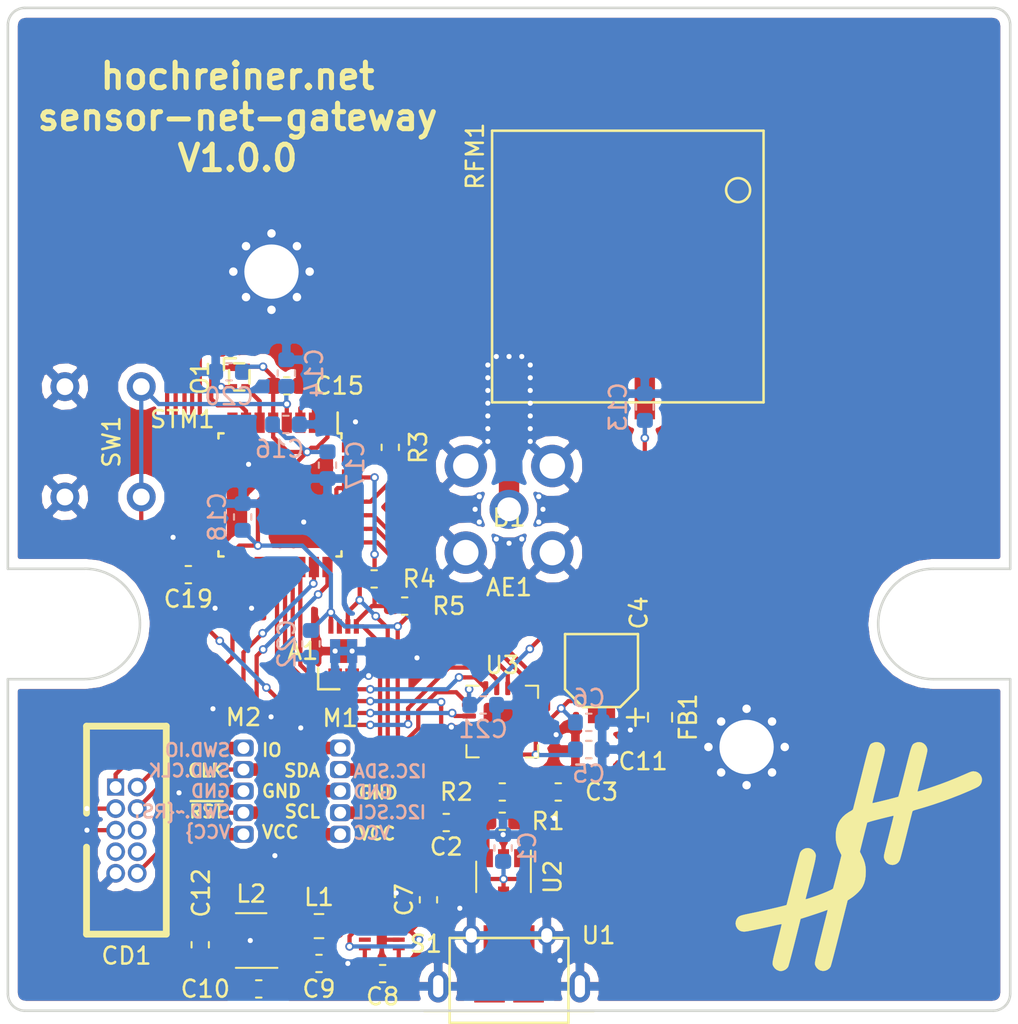
<source format=kicad_pcb>
(kicad_pcb (version 20171130) (host pcbnew 5.0.2-5.fc29)
  (layers (0 F.Cu jumper) (31 B.Cu signal) (34 B.Paste user) (35 F.Paste user) (36 B.SilkS user) (37 F.SilkS user) (38 B.Mask user) (39 F.Mask user) (44 Edge.Cuts user))
  (net 0 "")
  (net 1 GND)
  (net 2 "Net-(C2-Pad1)")
  (net 3 "Net-(C3-Pad1)")
  (net 4 "Net-(C5-Pad1)")
  (net 5 /VBUS)
  (net 6 "Net-(C10-Pad1)")
  (net 7 "Net-(C8-Pad2)")
  (net 8 /3V0)
  (net 9 /MCU/SWD_IO)
  (net 10 /MCU/SWD_CLK)
  (net 11 /MCU/~SWD_RST)
  (net 12 "Net-(L1-Pad1)")
  (net 13 "Net-(R1-Pad1)")
  (net 14 "Net-(R2-Pad1)")
  (net 15 "Net-(R3-Pad1)")
  (net 16 /MCU/OSC_EN)
  (net 17 /MCU/OSC)
  (net 18 /SPI.MISO)
  (net 19 /SPI.MOSI)
  (net 20 /SPI.SCK)
  (net 21 /SPI.~CS)
  (net 22 /UART.TX)
  (net 23 /UART.RX)
  (net 24 /UART.CTS)
  (net 25 /UART.RTS)
  (net 26 /Radio/ANT)
  (net 27 "Net-(U1-Pad3)")
  (net 28 "Net-(C4-Pad1)")
  (net 29 "Net-(U1-Pad2)")
  (net 30 /MCU/I2C.SDA)
  (net 31 /MCU/I2C.SCL)
  (net 32 "Net-(M1-Pad5)")
  (net 33 /RFM_RESET)
  (net 34 /RFM_DIO0)
  (net 35 /RFM_DIO1)
  (net 36 /RFM_DIO2)
  (net 37 /FTDI_IO0)
  (net 38 /FTDI_IO1)
  (net 39 /FTDI_IO3)
  (module Harwin:M50-3130545 (layer F.Cu) (at 165.05 106.6 90)
    (fp_text reference M1 (at 4.3 0 180) (layer F.SilkS))
    (fp_text value M50-3130545)
    (pad 5 thru_hole roundrect (at 2.54 0 90) (size 1 1.2) (drill 0.7) (layers F.Cu F.Mask) (net 32 "Net-(M1-Pad5)"))
    (pad 4 thru_hole roundrect (at 1.27 0 90) (size 1 1.2) (drill 0.7) (layers F.Cu F.Mask) (net 30 /MCU/I2C.SDA))
    (pad 3 thru_hole roundrect (at 0 0 90) (size 1 1.2) (drill 0.7) (layers F.Cu F.Mask) (net 1 GND))
    (pad 2 thru_hole roundrect (at -1.27 0 90) (size 1 1.2) (drill 0.7) (layers F.Cu F.Mask) (net 31 /MCU/I2C.SCL))
    (pad 1 thru_hole roundrect (at -2.54 0 90) (size 1 1.2) (drill 0.7) (layers F.Cu F.Mask) (net 8 /3V0))
    (pad 4 smd rect (at 1.27 1.3 90) (size 0.74 1.6) (layers F.Cu F.Paste F.Mask) (net 30 /MCU/I2C.SDA))
    (pad 2 smd rect (at -1.27 1.3 90) (size 0.74 1.6) (layers F.Cu F.Paste F.Mask) (net 31 /MCU/I2C.SCL))
    (pad 5 smd rect (at 2.54 -1.3 90) (size 0.74 1.6) (layers F.Cu F.Paste F.Mask) (net 32 "Net-(M1-Pad5)"))
    (pad 3 smd rect (at 0 -1.3 90) (size 0.74 1.6) (layers F.Cu F.Paste F.Mask) (net 1 GND))
    (pad 1 smd rect (at -2.54 -1.3 90) (size 0.74 1.6) (layers F.Cu F.Paste F.Mask) (net 8 /3V0))
  )
  (module Harwin:M50-3130545 (layer F.Cu) (at 159.35 106.6 90)
    (fp_text reference M2 (at 4.35 0 180) (layer F.SilkS))
    (fp_text value M50-3130545)
    (pad 1 smd rect (at -2.54 -1.3 90) (size 0.74 1.6) (layers F.Cu F.Paste F.Mask) (net 8 /3V0))
    (pad 3 smd rect (at 0 -1.3 90) (size 0.74 1.6) (layers F.Cu F.Paste F.Mask) (net 1 GND))
    (pad 5 smd rect (at 2.54 -1.3 90) (size 0.74 1.6) (layers F.Cu F.Paste F.Mask) (net 9 /MCU/SWD_IO))
    (pad 2 smd rect (at -1.27 1.3 90) (size 0.74 1.6) (layers F.Cu F.Paste F.Mask) (net 11 /MCU/~SWD_RST))
    (pad 4 smd rect (at 1.27 1.3 90) (size 0.74 1.6) (layers F.Cu F.Paste F.Mask) (net 10 /MCU/SWD_CLK))
    (pad 1 thru_hole roundrect (at -2.54 0 90) (size 1 1.2) (drill 0.7) (layers F.Cu F.Mask) (net 8 /3V0))
    (pad 2 thru_hole roundrect (at -1.27 0 90) (size 1 1.2) (drill 0.7) (layers F.Cu F.Mask) (net 11 /MCU/~SWD_RST))
    (pad 3 thru_hole roundrect (at 0 0 90) (size 1 1.2) (drill 0.7) (layers F.Cu F.Mask) (net 1 GND))
    (pad 4 thru_hole roundrect (at 1.27 0 90) (size 1 1.2) (drill 0.7) (layers F.Cu F.Mask) (net 10 /MCU/SWD_CLK))
    (pad 5 thru_hole roundrect (at 2.54 0 90) (size 1 1.2) (drill 0.7) (layers F.Cu F.Mask) (net 9 /MCU/SWD_IO))
  )
  (module MicrochipTechnology:ATECC508A-MAHCZ-S (layer F.Cu) (at 165.25 98.35)
    (fp_text reference A1 (at -2.4 0) (layer F.SilkS))
    (fp_text value ATECC508A-MAHCZ-S)
    (pad 1 smd rect (at -0.75 1.45) (size 0.3 0.85) (layers F.Cu F.Paste F.Mask))
    (pad 2 smd rect (at -0.25 1.45) (size 0.3 0.85) (layers F.Cu F.Paste F.Mask))
    (pad 3 smd rect (at 0.25 1.45) (size 0.3 0.85) (layers F.Cu F.Paste F.Mask))
    (pad 4 smd rect (at 0.75 1.45) (size 0.3 0.85) (layers F.Cu F.Paste F.Mask) (net 1 GND))
    (pad 5 smd rect (at 0.75 -1.45) (size 0.3 0.85) (layers F.Cu F.Paste F.Mask) (net 30 /MCU/I2C.SDA))
    (pad 6 smd rect (at 0.25 -1.45) (size 0.3 0.85) (layers F.Cu F.Paste F.Mask) (net 31 /MCU/I2C.SCL))
    (pad 7 smd rect (at -0.25 -1.45) (size 0.3 0.85) (layers F.Cu F.Paste F.Mask))
    (pad 8 smd rect (at -0.75 -1.45) (size 0.3 0.85) (layers F.Cu F.Paste F.Mask) (net 8 /3V0))
    (pad 4 thru_hole rect (at 0.5 0) (size 0.6 1.4) (drill 0.3) (layers *.Cu *.Mask) (net 1 GND))
    (pad 4 thru_hole rect (at -0.5 0) (size 0.6 1.4) (drill 0.3) (layers *.Cu *.Mask) (net 1 GND))
    (pad 4 smd rect (at 0 0) (size 0.6 1.4) (layers F.Cu F.Paste F.Mask) (net 1 GND))
  )
  (module sensor-net-gateway:1593JGY (layer F.Cu) (at 175 90)
    (fp_text reference B1 (at 0 0.5) (layer F.SilkS))
    (fp_text value 1593JGY)
    (fp_arc (start -25 6.75) (end -25 3.5) (angle 180) (layer Edge.Cuts) (width 0.15))
    (fp_arc (start 25.005 6.755) (end 25.005 3.505) (angle -180) (layer Edge.Cuts) (width 0.15))
    (fp_line (start -29.535 3.505) (end -25.005 3.505) (layer Edge.Cuts) (width 0.15))
    (fp_line (start 29.535 3.505) (end 25.005 3.505) (layer Edge.Cuts) (width 0.15))
    (fp_line (start -29.535 10.005) (end -25.005 10.005) (layer Edge.Cuts) (width 0.15))
    (fp_line (start -28.535 -29.535) (end 28.535 -29.535) (layer Edge.Cuts) (width 0.15))
    (fp_line (start 29.535 10.005) (end 29.535 28.535) (layer Edge.Cuts) (width 0.15))
    (fp_line (start 28.535 29.535) (end -28.535 29.535) (layer Edge.Cuts) (width 0.15))
    (fp_arc (start -28.535 -28.535) (end -28.535 -29.535) (angle -90) (layer Edge.Cuts) (width 0.15))
    (fp_arc (start 28.535 -28.535) (end 29.535 -28.535) (angle -90) (layer Edge.Cuts) (width 0.15))
    (fp_arc (start 28.535 28.535) (end 28.535 29.535) (angle -90) (layer Edge.Cuts) (width 0.15))
    (fp_arc (start -28.535 28.535) (end -29.535 28.535) (angle -90) (layer Edge.Cuts) (width 0.15))
    (fp_line (start 29.535 3.505) (end 29.535 -28.535) (layer Edge.Cuts) (width 0.15))
    (fp_line (start -29.535 10.005) (end -29.535 28.535) (layer Edge.Cuts) (width 0.15))
    (fp_line (start -29.535 3.505) (end -29.535 -28.535) (layer Edge.Cuts) (width 0.15))
    (fp_line (start 29.535 10.005) (end 25.005 10.005) (layer Edge.Cuts) (width 0.15))
    (pad 1 thru_hole circle (at 15.5 15.5) (size 1 1) (drill 0.5) (layers *.Cu *.Mask) (net 1 GND))
    (pad 1 thru_hole circle (at 12.5 12.5) (size 1 1) (drill 0.5) (layers *.Cu *.Mask) (net 1 GND))
    (pad 1 thru_hole circle (at 11.75 14) (size 1 1) (drill 0.5) (layers *.Cu *.Mask) (net 1 GND))
    (pad 1 thru_hole circle (at 15.5 12.5) (size 1 1) (drill 0.5) (layers *.Cu *.Mask) (net 1 GND))
    (pad 1 thru_hole circle (at 14 14) (size 5.5 5.5) (drill 3.2) (layers *.Cu *.Mask) (net 1 GND))
    (pad 1 thru_hole circle (at 16.25 14) (size 1 1) (drill 0.5) (layers *.Cu *.Mask) (net 1 GND))
    (pad 1 thru_hole circle (at 14 16.25) (size 1 1) (drill 0.5) (layers *.Cu *.Mask) (net 1 GND))
    (pad 1 thru_hole circle (at 12.5 15.5) (size 1 1) (drill 0.5) (layers *.Cu *.Mask) (net 1 GND))
    (pad 1 thru_hole circle (at 14 11.75) (size 1 1) (drill 0.5) (layers *.Cu *.Mask) (net 1 GND))
    (pad 1 thru_hole circle (at -15.5 -12.5) (size 1 1) (drill 0.5) (layers *.Cu *.Mask) (net 1 GND))
    (pad 1 thru_hole circle (at -12.5 -12.5) (size 1 1) (drill 0.5) (layers *.Cu *.Mask) (net 1 GND))
    (pad 1 thru_hole circle (at -12.5 -15.5) (size 1 1) (drill 0.5) (layers *.Cu *.Mask) (net 1 GND))
    (pad 1 thru_hole circle (at -15.5 -15.5) (size 1 1) (drill 0.5) (layers *.Cu *.Mask) (net 1 GND))
    (pad 1 thru_hole circle (at -16.25 -14) (size 1 1) (drill 0.5) (layers *.Cu *.Mask) (net 1 GND))
    (pad 1 thru_hole circle (at -14 -11.75) (size 1 1) (drill 0.5) (layers *.Cu *.Mask) (net 1 GND))
    (pad 1 thru_hole circle (at -11.75 -14) (size 1 1) (drill 0.5) (layers *.Cu *.Mask) (net 1 GND))
    (pad 1 thru_hole circle (at -14 -16.25) (size 1 1) (drill 0.5) (layers *.Cu *.Mask) (net 1 GND))
    (pad 1 thru_hole circle (at -14 -14) (size 5.5 5.5) (drill 3.2) (layers *.Cu *.Mask) (net 1 GND))
  )
  (module sensor-net-gateway:MOLEX_USB_MICRO_0475890001 (layer F.Cu) (at 175 116.1)
    (fp_text reference U1 (at 5.275 -1) (layer F.SilkS))
    (fp_text value USB_micro_ab)
    (pad 5 smd rect (at -1.15 2) (size 1.8 1.9) (layers F.Cu F.Paste F.Mask) (net 1 GND))
    (pad 5 smd rect (at 1.15 2) (size 1.8 1.9) (layers F.Cu F.Paste F.Mask) (net 1 GND))
    (pad 2 smd rect (at -0.65 -0.8) (size 0.4 1.6) (layers F.Cu F.Paste F.Mask) (net 29 "Net-(U1-Pad2)"))
    (pad 1 smd rect (at -1.3 -0.8) (size 0.4 1.6) (layers F.Cu F.Paste F.Mask) (net 5 /VBUS))
    (pad 5 smd rect (at 1.3 -0.8) (size 0.4 1.6) (layers F.Cu F.Paste F.Mask) (net 1 GND))
    (pad 4 smd rect (at 0.65 -0.8) (size 0.4 1.6) (layers F.Cu F.Paste F.Mask))
    (pad 3 smd rect (at 0 -0.8) (size 0.4 1.6) (layers F.Cu F.Paste F.Mask) (net 27 "Net-(U1-Pad3)"))
    (pad 5 thru_hole oval (at 2.225 -1) (size 1.05 1.25) (drill oval 0.65 0.85) (layers *.Cu *.Mask) (net 1 GND))
    (pad 5 thru_hole oval (at -2.225 -1) (size 1.05 1.25) (drill oval 0.65 0.85) (layers *.Cu *.Mask) (net 1 GND))
    (pad 5 thru_hole oval (at -4.175 2) (size 1.2 1.9) (drill oval 0.6 1.3) (layers *.Cu *.Mask) (net 1 GND))
    (pad 5 thru_hole oval (at 4.175 2) (size 1.2 1.9) (drill oval 0.6 1.3) (layers *.Cu *.Mask) (net 1 GND))
  )
  (module Capacitor_SMD:C_0603_1608Metric (layer B.Cu) (at 174.65 109.95 90)
    (fp_text reference C1 (at 0 1.43 90) (layer B.SilkS) (effects (justify mirror)))
    (fp_text value 0.1µF)
    (pad 2 smd roundrect (at 0.7875 0 90) (size 0.875 0.95) (layers B.Cu B.Paste B.Mask) (net 1 GND))
    (pad 1 smd roundrect (at -0.7875 0 90) (size 0.875 0.95) (layers B.Cu B.Paste B.Mask) (net 5 /VBUS))
  )
  (module Capacitor_SMD:C_0603_1608Metric (layer F.Cu) (at 171.3 108.45 180)
    (fp_text reference C2 (at 0 -1.43 180) (layer F.SilkS))
    (fp_text value 47pF)
    (pad 1 smd roundrect (at -0.7875 0 180) (size 0.875 0.95) (layers F.Cu F.Paste F.Mask) (net 2 "Net-(C2-Pad1)"))
    (pad 2 smd roundrect (at 0.7875 0 180) (size 0.875 0.95) (layers F.Cu F.Paste F.Mask) (net 1 GND))
  )
  (module Capacitor_SMD:C_0603_1608Metric (layer F.Cu) (at 177.9 106.65)
    (fp_text reference C3 (at 2.55 0) (layer F.SilkS))
    (fp_text value 47pF)
    (pad 2 smd roundrect (at 0.7875 0) (size 0.875 0.95) (layers F.Cu F.Paste F.Mask) (net 1 GND))
    (pad 1 smd roundrect (at -0.7875 0) (size 0.875 0.95) (layers F.Cu F.Paste F.Mask) (net 3 "Net-(C3-Pad1)"))
  )
  (module Capacitor_SMD:C_0603_1608Metric (layer B.Cu) (at 179.7 104.15)
    (fp_text reference C5 (at 0 1.43) (layer B.SilkS) (effects (justify mirror)))
    (fp_text value 0.1µF)
    (pad 2 smd roundrect (at 0.7875 0) (size 0.875 0.95) (layers B.Cu B.Paste B.Mask) (net 1 GND))
    (pad 1 smd roundrect (at -0.7875 0) (size 0.875 0.95) (layers B.Cu B.Paste B.Mask) (net 4 "Net-(C5-Pad1)"))
  )
  (module Capacitor_SMD:C_0603_1608Metric (layer B.Cu) (at 179.7 102.55 180)
    (fp_text reference C6 (at 0 1.43 180) (layer B.SilkS) (effects (justify mirror)))
    (fp_text value 0.1µF)
    (pad 2 smd roundrect (at 0.7875 0 180) (size 0.875 0.95) (layers B.Cu B.Paste B.Mask) (net 28 "Net-(C4-Pad1)"))
    (pad 1 smd roundrect (at -0.7875 0 180) (size 0.875 0.95) (layers B.Cu B.Paste B.Mask) (net 1 GND))
  )
  (module Capacitor_SMD:C_0603_1608Metric (layer F.Cu) (at 170.25 113 90)
    (fp_text reference C7 (at 0 -1.43 90) (layer F.SilkS))
    (fp_text value 4.7µF)
    (pad 1 smd roundrect (at -0.7875 0 90) (size 0.875 0.95) (layers F.Cu F.Paste F.Mask) (net 5 /VBUS))
    (pad 2 smd roundrect (at 0.7875 0 90) (size 0.875 0.95) (layers F.Cu F.Paste F.Mask) (net 1 GND))
  )
  (module Capacitor_SMD:C_0603_1608Metric (layer F.Cu) (at 167.55 117.35)
    (fp_text reference C8 (at 0 1.35) (layer F.SilkS))
    (fp_text value 560pF)
    (pad 1 smd roundrect (at -0.7875 0) (size 0.875 0.95) (layers F.Cu F.Paste F.Mask) (net 6 "Net-(C10-Pad1)"))
    (pad 2 smd roundrect (at 0.7875 0) (size 0.875 0.95) (layers F.Cu F.Paste F.Mask) (net 7 "Net-(C8-Pad2)"))
  )
  (module Capacitor_SMD:C_0603_1608Metric (layer F.Cu) (at 163.8 116.75)
    (fp_text reference C9 (at 0 1.5) (layer F.SilkS))
    (fp_text value 4.7µF)
    (pad 2 smd roundrect (at 0.7875 0) (size 0.875 0.95) (layers F.Cu F.Paste F.Mask) (net 1 GND))
    (pad 1 smd roundrect (at -0.7875 0) (size 0.875 0.95) (layers F.Cu F.Paste F.Mask) (net 6 "Net-(C10-Pad1)"))
  )
  (module Capacitor_SMD:C_0603_1608Metric (layer F.Cu) (at 160.25 118.25 180)
    (fp_text reference C10 (at 3.15 0 180) (layer F.SilkS))
    (fp_text value 0.47µF)
    (pad 2 smd roundrect (at 0.7875 0 180) (size 0.875 0.95) (layers F.Cu F.Paste F.Mask) (net 1 GND))
    (pad 1 smd roundrect (at -0.7875 0 180) (size 0.875 0.95) (layers F.Cu F.Paste F.Mask) (net 6 "Net-(C10-Pad1)"))
  )
  (module Capacitor_SMD:C_0603_1608Metric (layer F.Cu) (at 179.7 104.15 180)
    (fp_text reference C11 (at -3.2 -0.7 180) (layer F.SilkS))
    (fp_text value 10nF)
    (pad 2 smd roundrect (at 0.7875 0 180) (size 0.875 0.95) (layers F.Cu F.Paste F.Mask) (net 1 GND))
    (pad 1 smd roundrect (at -0.7875 0 180) (size 0.875 0.95) (layers F.Cu F.Paste F.Mask) (net 5 /VBUS))
  )
  (module Capacitor_SMD:C_0603_1608Metric (layer F.Cu) (at 156.8 115.65 90)
    (fp_text reference C12 (at 3.05 0.05 90) (layer F.SilkS))
    (fp_text value 10µF)
    (pad 1 smd roundrect (at -0.7875 0 90) (size 0.875 0.95) (layers F.Cu F.Paste F.Mask) (net 8 /3V0))
    (pad 2 smd roundrect (at 0.7875 0 90) (size 0.875 0.95) (layers F.Cu F.Paste F.Mask) (net 1 GND))
  )
  (module CNCTech:CORTEX-DEBUG (layer F.Cu) (at 152.45 108.9)
    (fp_text reference CD1 (at 0 7.4) (layer F.SilkS))
    (fp_text value CORTEX-DEBUG)
    (pad 1 thru_hole rect (at -0.635 -2.54) (size 1 1) (drill 0.7) (layers *.Cu *.Mask) (net 8 /3V0))
    (pad 2 thru_hole circle (at 0.635 -2.54) (size 1.1 1.1) (drill 0.7) (layers *.Cu *.Mask) (net 9 /MCU/SWD_IO))
    (pad 3 thru_hole circle (at -0.635 -1.27) (size 1.1 1.1) (drill 0.7) (layers *.Cu *.Mask) (net 1 GND))
    (pad 4 thru_hole circle (at 0.635 -1.27) (size 1.1 1.1) (drill 0.7) (layers *.Cu *.Mask) (net 10 /MCU/SWD_CLK))
    (pad 5 thru_hole circle (at -0.635 0) (size 1.1 1.1) (drill 0.7) (layers *.Cu *.Mask) (net 1 GND))
    (pad 6 thru_hole circle (at 0.635 0) (size 1.1 1.1) (drill 0.7) (layers *.Cu *.Mask))
    (pad 7 thru_hole circle (at -0.635 1.27) (size 1.1 1.1) (drill 0.7) (layers *.Cu *.Mask))
    (pad 8 thru_hole circle (at 0.635 1.27) (size 1.1 1.1) (drill 0.7) (layers *.Cu *.Mask))
    (pad 9 thru_hole circle (at -0.635 2.54) (size 1.1 1.1) (drill 0.7) (layers *.Cu *.Mask) (net 1 GND))
    (pad 10 thru_hole circle (at 0.635 2.54) (size 1.1 1.1) (drill 0.7) (layers *.Cu *.Mask) (net 11 /MCU/~SWD_RST))
  )
  (module Package_TO_SOT_SMD:SOT-23-5 (layer F.Cu) (at 159.8 115.4 180)
    (fp_text reference L2 (at 0 2.75 180) (layer F.SilkS))
    (fp_text value MIC94310-MYM5-TR)
    (pad 1 smd rect (at -1.1 -0.95 180) (size 1.06 0.65) (layers F.Cu F.Paste F.Mask) (net 6 "Net-(C10-Pad1)"))
    (pad 2 smd rect (at -1.1 0 180) (size 1.06 0.65) (layers F.Cu F.Paste F.Mask) (net 1 GND))
    (pad 3 smd rect (at -1.1 0.95 180) (size 1.06 0.65) (layers F.Cu F.Paste F.Mask) (net 6 "Net-(C10-Pad1)"))
    (pad 4 smd rect (at 1.1 0.95 180) (size 1.06 0.65) (layers F.Cu F.Paste F.Mask))
    (pad 5 smd rect (at 1.1 -0.95 180) (size 1.06 0.65) (layers F.Cu F.Paste F.Mask) (net 8 /3V0))
  )
  (module Resistor_SMD:R_0603_1608Metric (layer F.Cu) (at 174.6 108.375 180)
    (fp_text reference R1 (at -2.7 0 180) (layer F.SilkS))
    (fp_text value 27R)
    (pad 2 smd roundrect (at 0.7875 0 180) (size 0.875 0.95) (layers F.Cu F.Paste F.Mask) (net 2 "Net-(C2-Pad1)"))
    (pad 1 smd roundrect (at -0.7875 0 180) (size 0.875 0.95) (layers F.Cu F.Paste F.Mask) (net 13 "Net-(R1-Pad1)"))
  )
  (module Resistor_SMD:R_0603_1608Metric (layer F.Cu) (at 174.6 106.65)
    (fp_text reference R2 (at -2.7 0) (layer F.SilkS))
    (fp_text value 27R)
    (pad 1 smd roundrect (at -0.7875 0) (size 0.875 0.95) (layers F.Cu F.Paste F.Mask) (net 14 "Net-(R2-Pad1)"))
    (pad 2 smd roundrect (at 0.7875 0) (size 0.875 0.95) (layers F.Cu F.Paste F.Mask) (net 3 "Net-(C3-Pad1)"))
  )
  (module HopeRF:RFM98 (layer F.Cu) (at 182 75.7 270)
    (fp_text reference RFM1 (at -6.5011 9 270) (layer F.SilkS))
    (fp_text value RFM98)
    (pad 1 smd rect (at -7.5 -7 270) (size 3 1.2) (layers F.Cu F.Paste F.Mask) (net 1 GND))
    (pad 2 smd rect (at -7.5 -5 270) (size 3 1.2) (layers F.Cu F.Paste F.Mask) (net 18 /SPI.MISO))
    (pad 3 smd rect (at -7.5 -3 270) (size 3 1.2) (layers F.Cu F.Paste F.Mask) (net 19 /SPI.MOSI))
    (pad 4 smd rect (at -7.5 -1 270) (size 3 1.2) (layers F.Cu F.Paste F.Mask) (net 20 /SPI.SCK))
    (pad 5 smd rect (at -7.5 1 270) (size 3 1.2) (layers F.Cu F.Paste F.Mask) (net 21 /SPI.~CS))
    (pad 6 smd rect (at -7.5 3 270) (size 3 1.2) (layers F.Cu F.Paste F.Mask) (net 33 /RFM_RESET))
    (pad 7 smd rect (at -7.5 5 270) (size 3 1.2) (layers F.Cu F.Paste F.Mask))
    (pad 8 smd rect (at -7.5 7 270) (size 3 1.2) (layers F.Cu F.Paste F.Mask) (net 1 GND))
    (pad 9 smd rect (at 9 7 270) (size 3 1.2) (drill (offset -1.5 0)) (layers F.Cu F.Paste F.Mask) (net 26 /Radio/ANT))
    (pad 10 smd rect (at 7.5 5 270) (size 3 1.2) (layers F.Cu F.Paste F.Mask) (net 1 GND))
    (pad 11 smd rect (at 7.5 3 270) (size 3 1.2) (layers F.Cu F.Paste F.Mask))
    (pad 12 smd rect (at 7.5 1 270) (size 3 1.2) (layers F.Cu F.Paste F.Mask))
    (pad 13 smd rect (at 7.5 -1 270) (size 3 1.2) (layers F.Cu F.Paste F.Mask) (net 8 /3V0))
    (pad 14 smd rect (at 7.5 -3 270) (size 3 1.2) (layers F.Cu F.Paste F.Mask) (net 34 /RFM_DIO0))
    (pad 15 smd rect (at 7.5 -5 270) (size 3 1.2) (layers F.Cu F.Paste F.Mask) (net 35 /RFM_DIO1))
    (pad 16 smd rect (at 7.5 -7 270) (size 3 1.2) (layers F.Cu F.Paste F.Mask) (net 36 /RFM_DIO2))
  )
  (module Package_QFP:LQFP-32_7x7mm_P0.8mm (layer F.Cu) (at 161.5 89.15 270)
    (fp_text reference STM1 (at -4.45 5.75) (layer F.SilkS))
    (fp_text value STM32L021K4T6)
    (pad 1 smd rect (at -4.25 -2.8 270) (size 1.2 0.6) (layers F.Cu F.Paste F.Mask) (net 8 /3V0))
    (pad 2 smd rect (at -4.25 -2 270) (size 1.2 0.6) (layers F.Cu F.Paste F.Mask) (net 35 /RFM_DIO1))
    (pad 3 smd rect (at -4.25 -1.2 270) (size 1.2 0.6) (layers F.Cu F.Paste F.Mask) (net 36 /RFM_DIO2))
    (pad 4 smd rect (at -4.25 -0.4 270) (size 1.2 0.6) (layers F.Cu F.Paste F.Mask) (net 11 /MCU/~SWD_RST))
    (pad 5 smd rect (at -4.25 0.4 270) (size 1.2 0.6) (layers F.Cu F.Paste F.Mask) (net 8 /3V0))
    (pad 6 smd rect (at -4.25 1.2 270) (size 1.2 0.6) (layers F.Cu F.Paste F.Mask) (net 17 /MCU/OSC))
    (pad 7 smd rect (at -4.25 2 270) (size 1.2 0.6) (layers F.Cu F.Paste F.Mask) (net 16 /MCU/OSC_EN))
    (pad 8 smd rect (at -4.25 2.8 270) (size 1.2 0.6) (layers F.Cu F.Paste F.Mask))
    (pad 9 smd rect (at -2.8 4.25) (size 1.2 0.6) (layers F.Cu F.Paste F.Mask) (net 33 /RFM_RESET))
    (pad 10 smd rect (at -2 4.25) (size 1.2 0.6) (layers F.Cu F.Paste F.Mask) (net 21 /SPI.~CS))
    (pad 11 smd rect (at -1.2 4.25) (size 1.2 0.6) (layers F.Cu F.Paste F.Mask) (net 20 /SPI.SCK))
    (pad 12 smd rect (at -0.4 4.25) (size 1.2 0.6) (layers F.Cu F.Paste F.Mask))
    (pad 13 smd rect (at 0.4 4.25) (size 1.2 0.6) (layers F.Cu F.Paste F.Mask) (net 19 /SPI.MOSI))
    (pad 14 smd rect (at 1.2 4.25) (size 1.2 0.6) (layers F.Cu F.Paste F.Mask) (net 18 /SPI.MISO))
    (pad 15 smd rect (at 2 4.25) (size 1.2 0.6) (layers F.Cu F.Paste F.Mask))
    (pad 16 smd rect (at 2.8 4.25) (size 1.2 0.6) (layers F.Cu F.Paste F.Mask) (net 1 GND))
    (pad 17 smd rect (at 4.25 2.8 270) (size 1.2 0.6) (layers F.Cu F.Paste F.Mask) (net 8 /3V0))
    (pad 18 smd rect (at 4.25 2 270) (size 1.2 0.6) (layers F.Cu F.Paste F.Mask))
    (pad 19 smd rect (at 4.25 1.2 270) (size 1.2 0.6) (layers F.Cu F.Paste F.Mask) (net 22 /UART.TX))
    (pad 20 smd rect (at 4.25 0.4 270) (size 1.2 0.6) (layers F.Cu F.Paste F.Mask) (net 23 /UART.RX))
    (pad 21 smd rect (at 4.25 -0.4 270) (size 1.2 0.6) (layers F.Cu F.Paste F.Mask) (net 24 /UART.CTS))
    (pad 22 smd rect (at 4.25 -1.2 270) (size 1.2 0.6) (layers F.Cu F.Paste F.Mask) (net 25 /UART.RTS))
    (pad 23 smd rect (at 4.25 -2 270) (size 1.2 0.6) (layers F.Cu F.Paste F.Mask) (net 9 /MCU/SWD_IO))
    (pad 24 smd rect (at 4.25 -2.8 270) (size 1.2 0.6) (layers F.Cu F.Paste F.Mask) (net 10 /MCU/SWD_CLK))
    (pad 25 smd rect (at 2.8 -4.25) (size 1.2 0.6) (layers F.Cu F.Paste F.Mask) (net 39 /FTDI_IO3))
    (pad 26 smd rect (at 2 -4.25) (size 1.2 0.6) (layers F.Cu F.Paste F.Mask) (net 37 /FTDI_IO0))
    (pad 27 smd rect (at 1.2 -4.25) (size 1.2 0.6) (layers F.Cu F.Paste F.Mask) (net 38 /FTDI_IO1))
    (pad 28 smd rect (at 0.4 -4.25) (size 1.2 0.6) (layers F.Cu F.Paste F.Mask) (net 34 /RFM_DIO0))
    (pad 29 smd rect (at -0.4 -4.25) (size 1.2 0.6) (layers F.Cu F.Paste F.Mask) (net 31 /MCU/I2C.SCL))
    (pad 30 smd rect (at -1.2 -4.25) (size 1.2 0.6) (layers F.Cu F.Paste F.Mask) (net 30 /MCU/I2C.SDA))
    (pad 31 smd rect (at -2 -4.25) (size 1.2 0.6) (layers F.Cu F.Paste F.Mask) (net 15 "Net-(R3-Pad1)"))
    (pad 32 smd rect (at -2.8 -4.25) (size 1.2 0.6) (layers F.Cu F.Paste F.Mask) (net 1 GND))
  )
  (module TEConnectivity:1825910-6 (layer F.Cu) (at 151.075 86.025 90)
    (fp_text reference SW1 (at 0 0.5 90) (layer F.SilkS))
    (fp_text value SW_Push)
    (pad 1 thru_hole circle (at -3.25 -2.25 90) (size 1.7 1.7) (drill 0.99) (layers *.Cu *.Mask) (net 1 GND))
    (pad 2 thru_hole circle (at -3.25 2.25 90) (size 1.7 1.7) (drill 0.99) (layers *.Cu *.Mask) (net 11 /MCU/~SWD_RST))
    (pad 1 thru_hole circle (at 3.25 -2.25 90) (size 1.7 1.7) (drill 0.99) (layers *.Cu *.Mask) (net 1 GND))
    (pad 2 thru_hole circle (at 3.25 2.25 90) (size 1.7 1.7) (drill 0.99) (layers *.Cu *.Mask) (net 11 /MCU/~SWD_RST))
  )
  (module Capacitor_SMD:C_0603_1608Metric (layer B.Cu) (at 183 83.975 90)
    (fp_text reference C13 (at 0 -1.575 90) (layer B.SilkS) (effects (justify mirror)))
    (fp_text value 0.1µF)
    (pad 2 smd roundrect (at 0.7875 0 90) (size 0.875 0.95) (layers B.Cu B.Paste B.Mask) (net 1 GND))
    (pad 1 smd roundrect (at -0.7875 0 90) (size 0.875 0.95) (layers B.Cu B.Paste B.Mask) (net 8 /3V0))
  )
  (module Capacitor_SMD:C_0603_1608Metric (layer B.Cu) (at 161.875 81.975 90)
    (fp_text reference C14 (at 0 1.65 90) (layer B.SilkS) (effects (justify mirror)))
    (fp_text value 0.1µF)
    (pad 1 smd roundrect (at -0.7875 0 90) (size 0.875 0.95) (layers B.Cu B.Paste B.Mask) (net 11 /MCU/~SWD_RST))
    (pad 2 smd roundrect (at 0.7875 0 90) (size 0.875 0.95) (layers B.Cu B.Paste B.Mask) (net 1 GND))
  )
  (module Capacitor_SMD:C_0603_1608Metric (layer F.Cu) (at 161.9 82.725)
    (fp_text reference C15 (at 3.1 0) (layer F.SilkS))
    (fp_text value 1µF)
    (pad 2 smd roundrect (at 0.7875 0) (size 0.875 0.95) (layers F.Cu F.Paste F.Mask) (net 1 GND))
    (pad 1 smd roundrect (at -0.7875 0) (size 0.875 0.95) (layers F.Cu F.Paste F.Mask) (net 8 /3V0))
  )
  (module Capacitor_SMD:C_0603_1608Metric (layer B.Cu) (at 161.85 85)
    (fp_text reference C16 (at -0.375 1.45) (layer B.SilkS) (effects (justify mirror)))
    (fp_text value 0.1µF)
    (pad 1 smd roundrect (at -0.7875 0) (size 0.875 0.95) (layers B.Cu B.Paste B.Mask) (net 8 /3V0))
    (pad 2 smd roundrect (at 0.7875 0) (size 0.875 0.95) (layers B.Cu B.Paste B.Mask) (net 1 GND))
  )
  (module Capacitor_SMD:C_0603_1608Metric (layer B.Cu) (at 164.3 87.4 90)
    (fp_text reference C17 (at 0 1.65 90) (layer B.SilkS) (effects (justify mirror)))
    (fp_text value 0.1µF)
    (pad 2 smd roundrect (at 0.7875 0 90) (size 0.875 0.95) (layers B.Cu B.Paste B.Mask) (net 8 /3V0))
    (pad 1 smd roundrect (at -0.7875 0 90) (size 0.875 0.95) (layers B.Cu B.Paste B.Mask) (net 1 GND))
  )
  (module Capacitor_SMD:C_0603_1608Metric (layer B.Cu) (at 159.3 90.45 90)
    (fp_text reference C18 (at 0 -1.5 90) (layer B.SilkS) (effects (justify mirror)))
    (fp_text value 0.1µF)
    (pad 1 smd roundrect (at -0.7875 0 90) (size 0.875 0.95) (layers B.Cu B.Paste B.Mask) (net 8 /3V0))
    (pad 2 smd roundrect (at 0.7875 0 90) (size 0.875 0.95) (layers B.Cu B.Paste B.Mask) (net 1 GND))
  )
  (module Capacitor_SMD:C_0603_1608Metric (layer F.Cu) (at 156.1 93.85 180)
    (fp_text reference C19 (at 0 -1.43 180) (layer F.SilkS))
    (fp_text value 10µF)
    (pad 2 smd roundrect (at 0.7875 0 180) (size 0.875 0.95) (layers F.Cu F.Paste F.Mask) (net 1 GND))
    (pad 1 smd roundrect (at -0.7875 0 180) (size 0.875 0.95) (layers F.Cu F.Paste F.Mask) (net 8 /3V0))
  )
  (module Capacitor_SMD:C_0603_1608Metric (layer B.Cu) (at 158.5 81.9 180)
    (fp_text reference C20 (at 0 -1.45 180) (layer B.SilkS) (effects (justify mirror)))
    (fp_text value 0.1µF)
    (pad 1 smd roundrect (at -0.7875 0 180) (size 0.875 0.95) (layers B.Cu B.Paste B.Mask) (net 8 /3V0))
    (pad 2 smd roundrect (at 0.7875 0 180) (size 0.875 0.95) (layers B.Cu B.Paste B.Mask) (net 1 GND))
  )
  (module MicrochipTechnology:DSC6011HE2A-032.0000 (layer F.Cu) (at 159.1 82.2 270)
    (fp_text reference O1 (at 0.05 2.3 270) (layer F.SilkS))
    (fp_text value DSC6011HE2A-032.0000)
    (pad 4 smd rect (at -0.6 -0.375 270) (size 0.35 0.5) (layers F.Cu F.Paste F.Mask) (net 8 /3V0))
    (pad 3 smd rect (at 0.6 -0.375 270) (size 0.35 0.5) (layers F.Cu F.Paste F.Mask) (net 17 /MCU/OSC))
    (pad 2 smd rect (at 0.6 0.375 270) (size 0.35 0.5) (layers F.Cu F.Paste F.Mask) (net 1 GND))
    (pad 1 smd rect (at -0.56 0.375 270) (size 0.43 0.5) (layers F.Cu F.Paste F.Mask) (net 16 /MCU/OSC_EN))
  )
  (module sensor-net-gateway:CONSMA001-G (layer F.Cu) (at 175 90)
    (fp_text reference AE1 (at 0 4.6) (layer F.SilkS))
    (fp_text value Antenna_Shield)
    (pad 2 thru_hole circle (at -2.55 -2.55) (size 2.5 2.5) (drill 1.5) (layers *.Cu *.Mask) (net 1 GND))
    (pad 2 thru_hole circle (at 2.55 -2.55) (size 2.5 2.5) (drill 1.5) (layers *.Cu *.Mask) (net 1 GND))
    (pad 2 thru_hole circle (at -2.55 2.55) (size 2.5 2.5) (drill 1.5) (layers *.Cu *.Mask) (net 1 GND))
    (pad 2 thru_hole circle (at 2.55 2.55) (size 2.5 2.5) (drill 1.5) (layers *.Cu *.Mask) (net 1 GND))
    (pad 1 thru_hole circle (at 0 0) (size 2.3 2.3) (drill 1.4) (layers *.Cu *.Mask) (net 26 /Radio/ANT))
  )
  (module Capacitor_SMD:C_0603_1608Metric (layer B.Cu) (at 173.475 101.525)
    (fp_text reference C21 (at 0 1.43) (layer B.SilkS) (effects (justify mirror)))
    (fp_text value 0.1µF)
    (pad 1 smd roundrect (at -0.7875 0) (size 0.875 0.95) (layers B.Cu B.Paste B.Mask) (net 8 /3V0))
    (pad 2 smd roundrect (at 0.7875 0) (size 0.875 0.95) (layers B.Cu B.Paste B.Mask) (net 1 GND))
  )
  (module sensor-net-gateway:SOT-23-6 (layer F.Cu) (at 174.675 111.65 270)
    (fp_text reference U2 (at 0 -2.9 270) (layer F.SilkS))
    (fp_text value USBLC6-2SC6)
    (pad 1 smd rect (at -1.1 -0.95 270) (size 1.06 0.65) (layers F.Cu F.Paste F.Mask) (net 3 "Net-(C3-Pad1)"))
    (pad 2 smd rect (at -1.1 0 270) (size 1.06 0.65) (layers F.Cu F.Paste F.Mask) (net 1 GND))
    (pad 3 smd rect (at -1.1 0.95 270) (size 1.06 0.65) (layers F.Cu F.Paste F.Mask) (net 2 "Net-(C2-Pad1)"))
    (pad 4 smd rect (at 1.1 0.95 270) (size 1.06 0.65) (layers F.Cu F.Paste F.Mask) (net 29 "Net-(U1-Pad2)"))
    (pad 6 smd rect (at 1.1 -0.95 270) (size 1.06 0.65) (layers F.Cu F.Paste F.Mask) (net 27 "Net-(U1-Pad3)"))
    (pad 5 smd rect (at 1.1 0 270) (size 1.06 0.65) (layers F.Cu F.Paste F.Mask) (net 5 /VBUS))
  )
  (module sensor-net-gateway:QFN-16-1EP_4x4mm_P0.65mm_EP2.7x2.7mm (layer F.Cu) (at 174.6 102.5)
    (fp_text reference U3 (at 0 -3.32) (layer F.SilkS))
    (fp_text value FT230XQ)
    (pad 17 smd roundrect (at 0 0) (size 2.2 2.2) (layers F.Cu F.Mask) (roundrect_rratio 0.09300000000000001) (net 1 GND))
    (pad 1 smd roundrect (at -1.9625 -0.975) (size 0.825 0.3) (layers F.Cu F.Paste F.Mask) (net 8 /3V0))
    (pad 2 smd roundrect (at -1.9625 -0.325) (size 0.825 0.3) (layers F.Cu F.Paste F.Mask) (net 23 /UART.RX))
    (pad 3 smd roundrect (at -1.9625 0.325) (size 0.825 0.3) (layers F.Cu F.Paste F.Mask) (net 1 GND))
    (pad 4 smd roundrect (at -1.9625 0.975) (size 0.825 0.3) (layers F.Cu F.Paste F.Mask) (net 24 /UART.CTS))
    (pad 5 smd roundrect (at -0.975 1.9625) (size 0.3 0.825) (layers F.Cu F.Paste F.Mask))
    (pad 6 smd roundrect (at -0.325 1.9625) (size 0.3 0.825) (layers F.Cu F.Paste F.Mask) (net 14 "Net-(R2-Pad1)"))
    (pad 7 smd roundrect (at 0.325 1.9625) (size 0.3 0.825) (layers F.Cu F.Paste F.Mask) (net 13 "Net-(R1-Pad1)"))
    (pad 8 smd roundrect (at 0.975 1.9625) (size 0.3 0.825) (layers F.Cu F.Paste F.Mask) (net 4 "Net-(C5-Pad1)"))
    (pad 9 smd roundrect (at 1.9625 0.975) (size 0.825 0.3) (layers F.Cu F.Paste F.Mask) (net 4 "Net-(C5-Pad1)"))
    (pad 10 smd roundrect (at 1.9625 0.325) (size 0.825 0.3) (layers F.Cu F.Paste F.Mask) (net 28 "Net-(C4-Pad1)"))
    (pad 11 smd roundrect (at 1.9625 -0.325) (size 0.825 0.3) (layers F.Cu F.Paste F.Mask) (net 38 /FTDI_IO1))
    (pad 12 smd roundrect (at 1.9625 -0.975) (size 0.825 0.3) (layers F.Cu F.Paste F.Mask) (net 37 /FTDI_IO0))
    (pad 13 smd roundrect (at 0.975 -1.9625) (size 0.3 0.825) (layers F.Cu F.Paste F.Mask) (net 1 GND))
    (pad 14 smd roundrect (at 0.325 -1.9625) (size 0.3 0.825) (layers F.Cu F.Paste F.Mask) (net 39 /FTDI_IO3))
    (pad 15 smd roundrect (at -0.325 -1.9625) (size 0.3 0.825) (layers F.Cu F.Paste F.Mask) (net 22 /UART.TX))
    (pad 16 smd roundrect (at -0.975 -1.9625) (size 0.3 0.825) (layers F.Cu F.Paste F.Mask) (net 25 /UART.RTS))
  )
  (module Capacitor_SMD:C_0603_1608Metric (layer B.Cu) (at 163.325 97.925 270)
    (fp_text reference C22 (at 0 1.43 270) (layer B.SilkS) (effects (justify mirror)))
    (fp_text value 0.1µF)
    (pad 1 smd roundrect (at -0.7875 0 270) (size 0.875 0.95) (layers B.Cu B.Paste B.Mask) (net 8 /3V0))
    (pad 2 smd roundrect (at 0.7875 0 270) (size 0.875 0.95) (layers B.Cu B.Paste B.Mask) (net 1 GND))
  )
  (module Resistor_SMD:R_0603_1608Metric (layer F.Cu) (at 167.05 94.1)
    (fp_text reference R4 (at 2.65 0) (layer F.SilkS))
    (fp_text value 10k)
    (pad 2 smd roundrect (at 0.7875 0) (size 0.875 0.95) (layers F.Cu F.Paste F.Mask) (net 8 /3V0))
    (pad 1 smd roundrect (at -0.7875 0) (size 0.875 0.95) (layers F.Cu F.Paste F.Mask) (net 31 /MCU/I2C.SCL))
  )
  (module Resistor_SMD:R_0603_1608Metric (layer F.Cu) (at 168.85 95.7)
    (fp_text reference R5 (at 2.6 0) (layer F.SilkS))
    (fp_text value 10k)
    (pad 1 smd roundrect (at -0.7875 0) (size 0.875 0.95) (layers F.Cu F.Paste F.Mask) (net 30 /MCU/I2C.SDA))
    (pad 2 smd roundrect (at 0.7875 0) (size 0.875 0.95) (layers F.Cu F.Paste F.Mask) (net 8 /3V0))
  )
  (module Resistor_SMD:R_0603_1608Metric (layer F.Cu) (at 168 86.35 90)
    (fp_text reference R3 (at 0 1.65 90) (layer F.SilkS))
    (fp_text value 10k)
    (pad 1 smd roundrect (at -0.7875 0 90) (size 0.875 0.95) (layers F.Cu F.Paste F.Mask) (net 15 "Net-(R3-Pad1)"))
    (pad 2 smd roundrect (at 0.7875 0 90) (size 0.875 0.95) (layers F.Cu F.Paste F.Mask) (net 1 GND))
  )
  (module WurthElektronik:865080640004 (layer F.Cu) (at 180.45 99.5 270)
    (fp_text reference C4 (at -3.4 -2.2 270) (layer F.SilkS))
    (fp_text value 4.7µF)
    (pad 2 smd rect (at -1.8 0 270) (size 2.6 1.6) (layers F.Cu F.Paste F.Mask) (net 1 GND))
    (pad 1 smd rect (at 1.8 0 270) (size 2.6 1.6) (layers F.Cu F.Paste F.Mask) (net 28 "Net-(C4-Pad1)"))
  )
  (module Capacitor_SMD:C_0805_2012Metric (layer F.Cu) (at 183.9 102.25 270)
    (fp_text reference FB1 (at 0 -1.65 270) (layer F.SilkS))
    (fp_text value Ferrite_Bead)
    (pad 1 smd roundrect (at -0.9375 0 270) (size 0.975 1.4) (layers F.Cu F.Paste F.Mask) (net 28 "Net-(C4-Pad1)"))
    (pad 2 smd roundrect (at 0.9375 0 270) (size 0.975 1.4) (layers F.Cu F.Paste F.Mask) (net 5 /VBUS))
  )
  (module Inductor_SMD:L_0805_2012Metric (layer F.Cu) (at 163.8 114.55 180)
    (fp_text reference L1 (at 0 1.7 180) (layer F.SilkS))
    (fp_text value 1µH)
    (pad 1 smd roundrect (at -0.9375 0 180) (size 0.975 1.4) (layers F.Cu F.Paste F.Mask) (net 12 "Net-(L1-Pad1)"))
    (pad 2 smd roundrect (at 0.9375 0 180) (size 0.975 1.4) (layers F.Cu F.Paste F.Mask) (net 6 "Net-(C10-Pad1)"))
  )
  (module sensor-net-gateway:MIC23050-SYML-TR (layer F.Cu) (at 167.5 115.1)
    (fp_text reference S1 (at 2.6 0.5) (layer F.SilkS))
    (fp_text value MIC23050-SYML-TR)
    (pad 1 smd rect (at -1 -0.75) (size 0.7 0.25) (layers F.Cu F.Paste F.Mask) (net 12 "Net-(L1-Pad1)"))
    (pad 2 smd rect (at -1 -0.25) (size 0.7 0.25) (layers F.Cu F.Paste F.Mask) (net 5 /VBUS))
    (pad 3 smd rect (at -1 0.25) (size 0.7 0.25) (layers F.Cu F.Paste F.Mask))
    (pad 4 smd rect (at -1 0.75) (size 0.7 0.25) (layers F.Cu F.Paste F.Mask) (net 6 "Net-(C10-Pad1)"))
    (pad 5 smd rect (at 1 0.75) (size 0.7 0.25) (layers F.Cu F.Paste F.Mask) (net 7 "Net-(C8-Pad2)"))
    (pad 6 smd rect (at 1 0.25) (size 0.7 0.25) (layers F.Cu F.Paste F.Mask) (net 1 GND))
    (pad 7 smd rect (at 1 -0.25) (size 0.7 0.25) (layers F.Cu F.Paste F.Mask) (net 5 /VBUS))
    (pad 8 smd rect (at 1 -0.75) (size 0.7 0.25) (layers F.Cu F.Paste F.Mask) (net 1 GND))
    (pad 8 smd rect (at 0 0) (size 0.6 1.2) (layers F.Cu F.Paste F.Mask) (net 1 GND))
  )
  (module Hochreiner:logo (layer F.Cu) (at 195.6 110.45)
    (fp_text reference L3 hide)
    (fp_text value logo hide)
  )
  (gr_text "CLK\n\n~RST" (at 158.3 106.6) (layer F.SilkS) (effects (font (size 0.75 0.75)) (justify right)))
  (gr_text "IO\n\nGND\n\nVCC" (at 160.35 106.6) (layer F.SilkS) (effects (font (size 0.75 0.75)) (justify left)))
  (gr_text "GND\n\nVCC" (at 166.05 107.9) (layer F.SilkS) (effects (font (size 0.75 0.75)) (justify left)))
  (gr_text "SDA\n\nSCL" (at 163.95 106.6) (layer F.SilkS) (effects (font (size 0.75 0.75)) (justify right)))
  (gr_text "SWD.IO\nSWD.CLK\nGND\nSWD.~RST\nVCC" (at 158.65 106.6) (layer B.SilkS) (effects (font (size 0.75 0.75)) (justify left mirror)))
  (gr_text "I2C.SDA\nGND\nI2C.SCL\nVCC" (at 165.75 107.25) (layer B.SilkS) (effects (font (size 0.75 0.75)) (justify right mirror)))
  (gr_text "hochreiner.net\nsensor-net-gateway\nV1.0.0" (at 159 66.9) (layer F.SilkS) (effects (font (size 1.5 1.5) (thickness 0.3))))
  (via (at 155.2 91.65) (size 0.5) (drill 0.3) (layers F.Cu B.Cu) (net 1))
  (via (at 159.65 87.35) (size 0.5) (drill 0.3) (layers F.Cu B.Cu) (net 1))
  (via (at 162.9 90.75) (size 0.5) (drill 0.3) (layers F.Cu B.Cu) (net 1))
  (segment (start 155.5 91.95) (end 155.2 91.65) (width 0.25) (layer F.Cu) (net 1))
  (segment (start 157.25 91.95) (end 155.5 91.95) (width 0.25) (layer F.Cu) (net 1))
  (via (at 161.2 110.4) (size 0.5) (drill 0.3) (layers F.Cu B.Cu) (net 1))
  (via (at 172.1 113.5) (size 0.5) (drill 0.3) (layers F.Cu B.Cu) (net 1))
  (via (at 168.35 112.6) (size 0.5) (drill 0.3) (layers F.Cu B.Cu) (net 1))
  (segment (start 167.5 114.75) (end 167.5 115.1) (width 0.25) (layer F.Cu) (net 1))
  (segment (start 167.9 114.35) (end 167.5 114.75) (width 0.25) (layer F.Cu) (net 1))
  (segment (start 168.5 114.35) (end 167.9 114.35) (width 0.25) (layer F.Cu) (net 1))
  (segment (start 167.75 115.35) (end 168.5 115.35) (width 0.25) (layer F.Cu) (net 1))
  (segment (start 167.5 115.1) (end 167.75 115.35) (width 0.25) (layer F.Cu) (net 1))
  (via (at 165.5 116.75) (size 0.5) (drill 0.3) (layers F.Cu B.Cu) (net 1))
  (via (at 159.75 115.4) (size 0.5) (drill 0.3) (layers F.Cu B.Cu) (net 1))
  (segment (start 160.9 115.4) (end 159.75 115.4) (width 0.25) (layer F.Cu) (net 1))
  (segment (start 159.75 117.9625) (end 159.4625 118.25) (width 0.25) (layer F.Cu) (net 1))
  (segment (start 159.75 115.4) (end 159.75 117.9625) (width 0.25) (layer F.Cu) (net 1))
  (via (at 158.025 82.8) (size 0.5) (drill 0.3) (layers F.Cu B.Cu) (net 1))
  (segment (start 158.725 82.8) (end 158.025 82.8) (width 0.25) (layer F.Cu) (net 1))
  (via (at 182.15 103) (size 0.5) (drill 0.3) (layers F.Cu B.Cu) (net 1))
  (via (at 171.6 102.825) (size 0.5) (drill 0.3) (layers F.Cu B.Cu) (net 1))
  (segment (start 172.6375 102.825) (end 171.6 102.825) (width 0.25) (layer F.Cu) (net 1))
  (segment (start 175.575 101.525) (end 174.6 102.5) (width 0.25) (layer F.Cu) (net 1))
  (segment (start 175.575 100.5375) (end 175.575 101.525) (width 0.25) (layer F.Cu) (net 1))
  (segment (start 174.275 102.825) (end 174.6 102.5) (width 0.25) (layer F.Cu) (net 1))
  (segment (start 172.6375 102.825) (end 174.275 102.825) (width 0.25) (layer F.Cu) (net 1))
  (via (at 166.725 99.8) (size 0.5) (drill 0.3) (layers F.Cu B.Cu) (net 1))
  (segment (start 166 99.8) (end 166.725 99.8) (width 0.25) (layer F.Cu) (net 1))
  (via (at 169.575 98.75) (size 0.5) (drill 0.3) (layers F.Cu B.Cu) (net 1))
  (via (at 174.65 109.1625) (size 0.5) (drill 0.3) (layers F.Cu B.Cu) (net 1))
  (segment (start 174.675 110.55) (end 174.675 109.1875) (width 0.25) (layer F.Cu) (net 1))
  (segment (start 174.675 109.1875) (end 174.65 109.1625) (width 0.25) (layer F.Cu) (net 1))
  (via (at 178 116.575) (size 0.5) (drill 0.3) (layers F.Cu B.Cu) (net 1))
  (segment (start 176.975 116.575) (end 178 116.575) (width 0.25) (layer F.Cu) (net 1))
  (segment (start 176.3 115.3) (end 176.3 115.9) (width 0.25) (layer F.Cu) (net 1))
  (segment (start 176.3 115.9) (end 176.975 116.575) (width 0.25) (layer F.Cu) (net 1))
  (via (at 177.675 108.2) (size 0.5) (drill 0.3) (layers F.Cu B.Cu) (net 1))
  (via (at 177.775 103.275) (size 0.5) (drill 0.3) (layers F.Cu B.Cu) (net 1))
  (via (at 176.25 86) (size 0.5) (drill 0.3) (layers F.Cu B.Cu) (net 1))
  (via (at 176.25 85.25) (size 0.5) (drill 0.3) (layers F.Cu B.Cu) (net 1))
  (via (at 173.75 86) (size 0.5) (drill 0.3) (layers F.Cu B.Cu) (net 1))
  (via (at 173.75 85.25) (size 0.5) (drill 0.3) (layers F.Cu B.Cu) (net 1))
  (via (at 173.75 84.5) (size 0.5) (drill 0.3) (layers F.Cu B.Cu) (net 1))
  (via (at 173.75 83.75) (size 0.5) (drill 0.3) (layers F.Cu B.Cu) (net 1))
  (via (at 173.75 83) (size 0.5) (drill 0.3) (layers F.Cu B.Cu) (net 1))
  (via (at 173.75 82.25) (size 0.5) (drill 0.3) (layers F.Cu B.Cu) (net 1))
  (via (at 173.75 81.5) (size 0.5) (drill 0.3) (layers F.Cu B.Cu) (net 1))
  (via (at 176.25 84.5) (size 0.5) (drill 0.3) (layers F.Cu B.Cu) (net 1))
  (via (at 176.25 83.75) (size 0.5) (drill 0.3) (layers F.Cu B.Cu) (net 1))
  (via (at 176.25 83) (size 0.5) (drill 0.3) (layers F.Cu B.Cu) (net 1))
  (via (at 176.25 82.25) (size 0.5) (drill 0.3) (layers F.Cu B.Cu) (net 1))
  (via (at 176.25 81.5) (size 0.5) (drill 0.3) (layers F.Cu B.Cu) (net 1))
  (via (at 174.25 81) (size 0.5) (drill 0.3) (layers F.Cu B.Cu) (net 1))
  (via (at 175 81) (size 0.5) (drill 0.3) (layers F.Cu B.Cu) (net 1))
  (via (at 175.75 81) (size 0.5) (drill 0.3) (layers F.Cu B.Cu) (net 1))
  (via (at 173.25 89.25) (size 0.5) (drill 0.3) (layers F.Cu B.Cu) (net 1))
  (via (at 173.25 90.75) (size 0.5) (drill 0.3) (layers F.Cu B.Cu) (net 1))
  (via (at 174.25 91.75) (size 0.5) (drill 0.3) (layers F.Cu B.Cu) (net 1))
  (via (at 175.75 91.75) (size 0.5) (drill 0.3) (layers F.Cu B.Cu) (net 1))
  (via (at 176.75 90.75) (size 0.5) (drill 0.3) (layers F.Cu B.Cu) (net 1))
  (via (at 176.75 89.25) (size 0.5) (drill 0.3) (layers F.Cu B.Cu) (net 1))
  (via (at 175 92) (size 0.5) (drill 0.3) (layers F.Cu B.Cu) (net 1))
  (via (at 173 90) (size 0.5) (drill 0.3) (layers F.Cu B.Cu) (net 1))
  (via (at 177 90) (size 0.5) (drill 0.3) (layers F.Cu B.Cu) (net 1))
  (via (at 155.55 106.7) (size 0.5) (drill 0.3) (layers F.Cu B.Cu) (net 1))
  (segment (start 151.815 107.63) (end 150.13 107.63) (width 0.25) (layer F.Cu) (net 1))
  (via (at 150.125 107.625) (size 0.5) (drill 0.3) (layers F.Cu B.Cu) (net 1))
  (segment (start 150.13 107.63) (end 150.125 107.625) (width 0.25) (layer F.Cu) (net 1))
  (via (at 150.125 108.9) (size 0.5) (drill 0.3) (layers F.Cu B.Cu) (net 1))
  (segment (start 151.815 108.9) (end 150.125 108.9) (width 0.25) (layer F.Cu) (net 1))
  (via (at 165.95 84.85) (size 0.5) (drill 0.3) (layers F.Cu B.Cu) (net 1))
  (via (at 157.675 95.825) (size 0.5) (drill 0.3) (layers F.Cu B.Cu) (net 1))
  (via (at 159.825 95.825) (size 0.5) (drill 0.3) (layers F.Cu B.Cu) (net 1))
  (via (at 157.55 101.75) (size 0.5) (drill 0.3) (layers F.Cu B.Cu) (net 1))
  (via (at 160.975 102.225) (size 0.5) (drill 0.3) (layers F.Cu B.Cu) (net 1))
  (via (at 162.725 102.875) (size 0.5) (drill 0.3) (layers F.Cu B.Cu) (net 1))
  (segment (start 173.725 108.4625) (end 173.8125 108.375) (width 0.25) (layer F.Cu) (net 2))
  (segment (start 173.725 110.55) (end 173.725 108.4625) (width 0.25) (layer F.Cu) (net 2))
  (segment (start 173.7375 108.45) (end 173.8125 108.375) (width 0.25) (layer F.Cu) (net 2))
  (segment (start 172.0875 108.45) (end 173.7375 108.45) (width 0.25) (layer F.Cu) (net 2))
  (segment (start 176.15001 107.41251) (end 175.849112 107.111612) (width 0.25) (layer F.Cu) (net 3))
  (segment (start 175.849112 107.111612) (end 175.3875 106.65) (width 0.25) (layer F.Cu) (net 3))
  (segment (start 176.15001 109.81999) (end 176.15001 107.41251) (width 0.25) (layer F.Cu) (net 3))
  (segment (start 175.625 110.345) (end 176.15001 109.81999) (width 0.25) (layer F.Cu) (net 3))
  (segment (start 175.625 110.55) (end 175.625 110.345) (width 0.25) (layer F.Cu) (net 3))
  (segment (start 176.34999 107.41251) (end 177.1125 106.65) (width 0.25) (layer F.Cu) (net 3))
  (segment (start 176.15001 107.41251) (end 176.34999 107.41251) (width 0.25) (layer F.Cu) (net 3))
  (via (at 176.575 104.45) (size 0.5) (drill 0.3) (layers F.Cu B.Cu) (net 4))
  (segment (start 176.575 103.4875) (end 176.5625 103.475) (width 0.25) (layer F.Cu) (net 4))
  (segment (start 176.575 104.45) (end 176.575 103.4875) (width 0.25) (layer F.Cu) (net 4))
  (segment (start 175.5875 104.45) (end 175.575 104.4625) (width 0.25) (layer F.Cu) (net 4))
  (segment (start 176.575 104.45) (end 175.5875 104.45) (width 0.25) (layer F.Cu) (net 4))
  (segment (start 176.6 104.475) (end 176.575 104.45) (width 0.25) (layer B.Cu) (net 4))
  (segment (start 178.9125 104.15) (end 178.5875 104.475) (width 0.25) (layer B.Cu) (net 4))
  (segment (start 178.5875 104.475) (end 176.6 104.475) (width 0.25) (layer B.Cu) (net 4))
  (segment (start 173.7 115.9) (end 173.25 116.35) (width 0.25) (layer F.Cu) (net 5))
  (segment (start 173.7 115.3) (end 173.7 115.9) (width 0.25) (layer F.Cu) (net 5))
  (segment (start 170.25 114.325) (end 170.25 113.7875) (width 0.25) (layer F.Cu) (net 5))
  (segment (start 172.275 116.35) (end 170.25 114.325) (width 0.25) (layer F.Cu) (net 5))
  (segment (start 173.25 116.35) (end 172.275 116.35) (width 0.25) (layer F.Cu) (net 5))
  (segment (start 169.1875 114.85) (end 170.25 113.7875) (width 0.25) (layer F.Cu) (net 5))
  (segment (start 168.5 114.85) (end 169.1875 114.85) (width 0.25) (layer F.Cu) (net 5))
  (via (at 165.6 115.75) (size 0.5) (drill 0.3) (layers F.Cu B.Cu) (net 5))
  (segment (start 165.6 115.15) (end 165.6 115.75) (width 0.25) (layer F.Cu) (net 5))
  (segment (start 166.5 114.85) (end 165.9 114.85) (width 0.25) (layer F.Cu) (net 5))
  (segment (start 165.9 114.85) (end 165.6 115.15) (width 0.25) (layer F.Cu) (net 5))
  (via (at 169.7 115.35) (size 0.5) (drill 0.3) (layers F.Cu B.Cu) (net 5))
  (segment (start 165.6 115.75) (end 169.3 115.75) (width 0.25) (layer B.Cu) (net 5))
  (segment (start 169.3 115.75) (end 169.7 115.35) (width 0.25) (layer B.Cu) (net 5))
  (segment (start 169.450001 115.100001) (end 169.437501 115.100001) (width 0.25) (layer F.Cu) (net 5))
  (segment (start 169.437501 115.100001) (end 169.1875 114.85) (width 0.25) (layer F.Cu) (net 5))
  (segment (start 169.7 115.35) (end 169.450001 115.100001) (width 0.25) (layer F.Cu) (net 5))
  (via (at 174.675 111.775) (size 0.5) (drill 0.3) (layers F.Cu B.Cu) (net 5))
  (segment (start 174.675 112.75) (end 174.675 111.775) (width 0.25) (layer F.Cu) (net 5))
  (segment (start 174.675 110.7625) (end 174.65 110.7375) (width 0.25) (layer B.Cu) (net 5))
  (segment (start 174.675 111.775) (end 174.675 110.7625) (width 0.25) (layer B.Cu) (net 5))
  (segment (start 172.2625 111.775) (end 170.25 113.7875) (width 0.25) (layer F.Cu) (net 5))
  (segment (start 174.675 111.775) (end 172.2625 111.775) (width 0.25) (layer F.Cu) (net 5))
  (segment (start 180.4875 104.725) (end 180.4875 104.15) (width 0.25) (layer F.Cu) (net 5))
  (segment (start 180.4875 107.127502) (end 180.4875 104.725) (width 0.25) (layer F.Cu) (net 5))
  (segment (start 175.840002 111.775) (end 180.4875 107.127502) (width 0.25) (layer F.Cu) (net 5))
  (segment (start 174.675 111.775) (end 175.840002 111.775) (width 0.25) (layer F.Cu) (net 5))
  (segment (start 182.9375 104.15) (end 183.9 103.1875) (width 0.25) (layer F.Cu) (net 5))
  (segment (start 180.4875 104.15) (end 182.9375 104.15) (width 0.25) (layer F.Cu) (net 5))
  (segment (start 166.5 117.0875) (end 166.7625 117.35) (width 0.25) (layer F.Cu) (net 6))
  (segment (start 166.5 115.85) (end 166.5 117.0875) (width 0.25) (layer F.Cu) (net 6))
  (segment (start 163.474112 117.211612) (end 163.0125 116.75) (width 0.25) (layer F.Cu) (net 6))
  (segment (start 165.875 117.7) (end 163.9625 117.7) (width 0.25) (layer F.Cu) (net 6))
  (segment (start 163.9625 117.7) (end 163.474112 117.211612) (width 0.25) (layer F.Cu) (net 6))
  (segment (start 166.7625 117.35) (end 166.225 117.35) (width 0.25) (layer F.Cu) (net 6))
  (segment (start 166.225 117.35) (end 165.875 117.7) (width 0.25) (layer F.Cu) (net 6))
  (segment (start 161.3 116.75) (end 160.9 116.35) (width 0.25) (layer F.Cu) (net 6))
  (segment (start 163.0125 116.75) (end 161.3 116.75) (width 0.25) (layer F.Cu) (net 6))
  (segment (start 161.0375 117.0125) (end 161.0375 118.25) (width 0.25) (layer F.Cu) (net 6))
  (segment (start 161.3 116.75) (end 161.0375 117.0125) (width 0.25) (layer F.Cu) (net 6))
  (segment (start 162.7625 114.45) (end 162.8625 114.55) (width 0.25) (layer F.Cu) (net 6))
  (segment (start 160.9 114.45) (end 162.7625 114.45) (width 0.25) (layer F.Cu) (net 6))
  (segment (start 162.8625 116.6) (end 163.0125 116.75) (width 0.25) (layer F.Cu) (net 6))
  (segment (start 162.8625 114.55) (end 162.8625 116.6) (width 0.25) (layer F.Cu) (net 6))
  (segment (start 168.5 117.1875) (end 168.3375 117.35) (width 0.25) (layer F.Cu) (net 7))
  (segment (start 168.5 115.85) (end 168.5 117.1875) (width 0.25) (layer F.Cu) (net 7))
  (segment (start 156.8875 116.35) (end 156.8 116.4375) (width 0.25) (layer F.Cu) (net 8))
  (segment (start 158.7 116.35) (end 156.8875 116.35) (width 0.25) (layer F.Cu) (net 8))
  (segment (start 183 85.425) (end 183 83.2) (width 0.25) (layer F.Cu) (net 8))
  (segment (start 169.4375 95.7) (end 167.8375 94.1) (width 0.25) (layer F.Cu) (net 8))
  (segment (start 169.6375 95.7) (end 169.4375 95.7) (width 0.25) (layer F.Cu) (net 8))
  (segment (start 158.25 93.85) (end 158.7 93.4) (width 0.25) (layer F.Cu) (net 8))
  (segment (start 156.8875 93.85) (end 158.25 93.85) (width 0.25) (layer F.Cu) (net 8))
  (segment (start 159.1125 92.1375) (end 160.2 92.1375) (width 0.25) (layer F.Cu) (net 8))
  (via (at 160.2 92.1375) (size 0.5) (drill 0.3) (layers F.Cu B.Cu) (net 8))
  (segment (start 158.7 92.55) (end 159.1125 92.1375) (width 0.25) (layer F.Cu) (net 8))
  (segment (start 158.7 93.4) (end 158.7 92.55) (width 0.25) (layer F.Cu) (net 8))
  (segment (start 160.2 92.1375) (end 159.3 91.2375) (width 0.25) (layer B.Cu) (net 8))
  (via (at 163.1 86.625) (size 0.5) (drill 0.3) (layers F.Cu B.Cu) (net 8))
  (segment (start 160.2 92.1375) (end 160.2 89.525) (width 0.25) (layer F.Cu) (net 8))
  (segment (start 160.2 89.525) (end 163.1 86.625) (width 0.25) (layer F.Cu) (net 8))
  (segment (start 161.86251 85.80001) (end 161.524112 85.461612) (width 0.25) (layer B.Cu) (net 8))
  (segment (start 162.27501 85.80001) (end 161.86251 85.80001) (width 0.25) (layer B.Cu) (net 8))
  (segment (start 163.1 86.625) (end 162.27501 85.80001) (width 0.25) (layer B.Cu) (net 8))
  (segment (start 164.2875 86.625) (end 164.3 86.6125) (width 0.25) (layer B.Cu) (net 8))
  (segment (start 163.1 86.625) (end 164.2875 86.625) (width 0.25) (layer B.Cu) (net 8))
  (segment (start 163.349999 86.375001) (end 163.1 86.625) (width 0.25) (layer F.Cu) (net 8))
  (segment (start 163.674999 86.375001) (end 163.349999 86.375001) (width 0.25) (layer F.Cu) (net 8))
  (segment (start 164.3 85.75) (end 163.674999 86.375001) (width 0.25) (layer F.Cu) (net 8))
  (segment (start 164.3 84.9) (end 164.3 85.75) (width 0.25) (layer F.Cu) (net 8))
  (via (at 160.5 81.6) (size 0.5) (drill 0.3) (layers F.Cu B.Cu) (net 8))
  (segment (start 159.5875 81.6) (end 159.2875 81.9) (width 0.25) (layer B.Cu) (net 8))
  (segment (start 160.5 81.6) (end 159.5875 81.6) (width 0.25) (layer B.Cu) (net 8))
  (segment (start 160.5 81.6) (end 159.475 81.6) (width 0.25) (layer F.Cu) (net 8))
  (segment (start 161.1 82.7375) (end 161.1125 82.725) (width 0.25) (layer F.Cu) (net 8))
  (segment (start 161.1 84.9) (end 161.1 82.7375) (width 0.25) (layer F.Cu) (net 8))
  (segment (start 161.1125 82.2125) (end 160.5 81.6) (width 0.25) (layer F.Cu) (net 8))
  (segment (start 161.1125 82.725) (end 161.1125 82.2125) (width 0.25) (layer F.Cu) (net 8))
  (segment (start 158.7 115.775) (end 158.7 116.35) (width 0.25) (layer F.Cu) (net 8))
  (segment (start 157.800001 114.875001) (end 158.7 115.775) (width 0.25) (layer F.Cu) (net 8))
  (segment (start 157.800001 111.924999) (end 157.800001 114.875001) (width 0.25) (layer F.Cu) (net 8))
  (segment (start 158.05 111.675) (end 157.800001 111.924999) (width 0.25) (layer F.Cu) (net 8))
  (segment (start 163.75 109.76) (end 163.75 109.14) (width 0.25) (layer F.Cu) (net 8))
  (segment (start 158.05 111.675) (end 161.835 111.675) (width 0.25) (layer F.Cu) (net 8))
  (via (at 168.437498 96.9) (size 0.5) (drill 0.3) (layers F.Cu B.Cu) (net 8))
  (segment (start 168.687497 96.650001) (end 168.437498 96.9) (width 0.25) (layer F.Cu) (net 8))
  (segment (start 169.6375 95.7) (end 168.687497 96.650001) (width 0.25) (layer F.Cu) (net 8))
  (segment (start 161.524112 85.461612) (end 161.0625 85) (width 0.25) (layer B.Cu) (net 8))
  (segment (start 161.975 86.625) (end 161.1 85.75) (width 0.25) (layer F.Cu) (net 8))
  (segment (start 161.1 85.75) (end 161.1 84.9) (width 0.25) (layer F.Cu) (net 8))
  (segment (start 163.1 86.625) (end 161.975 86.625) (width 0.25) (layer F.Cu) (net 8))
  (segment (start 158.05 109.14) (end 159.35 109.14) (width 0.25) (layer F.Cu) (net 8))
  (segment (start 165.05 109.14) (end 163.75 109.14) (width 0.25) (layer F.Cu) (net 8))
  (segment (start 162.96 110.55) (end 163.75 109.76) (width 0.25) (layer F.Cu) (net 8))
  (segment (start 161.835 111.675) (end 162.96 110.55) (width 0.25) (layer F.Cu) (net 8))
  (segment (start 158.05 111.675) (end 158.05 109.14) (width 0.25) (layer F.Cu) (net 8))
  (segment (start 158.7 98.725) (end 158.7 94.25) (width 0.25) (layer F.Cu) (net 8))
  (segment (start 158.7 94.25) (end 158.7 93.4) (width 0.25) (layer F.Cu) (net 8))
  (segment (start 151.815 105.61) (end 158.7 98.725) (width 0.25) (layer F.Cu) (net 8))
  (segment (start 151.815 106.36) (end 151.815 105.61) (width 0.25) (layer F.Cu) (net 8))
  (segment (start 164.5 96.9) (end 164.5 96.074998) (width 0.25) (layer F.Cu) (net 8))
  (via (at 164.5 96.074998) (size 0.5) (drill 0.3) (layers F.Cu B.Cu) (net 8))
  (segment (start 164.5 93.825) (end 164.5 95.721445) (width 0.25) (layer B.Cu) (net 8))
  (segment (start 164.5 95.721445) (end 164.5 96.074998) (width 0.25) (layer B.Cu) (net 8))
  (segment (start 162.8125 92.1375) (end 164.5 93.825) (width 0.25) (layer B.Cu) (net 8))
  (segment (start 160.2 92.1375) (end 162.8125 92.1375) (width 0.25) (layer B.Cu) (net 8))
  (segment (start 168.437498 96.9) (end 165.325002 96.9) (width 0.25) (layer B.Cu) (net 8))
  (segment (start 164.749999 96.324997) (end 164.5 96.074998) (width 0.25) (layer B.Cu) (net 8))
  (segment (start 165.325002 96.9) (end 164.749999 96.324997) (width 0.25) (layer B.Cu) (net 8))
  (segment (start 164.387502 96.074998) (end 163.325 97.1375) (width 0.25) (layer B.Cu) (net 8))
  (segment (start 164.5 96.074998) (end 164.387502 96.074998) (width 0.25) (layer B.Cu) (net 8))
  (segment (start 170.723999 100.774999) (end 169.65 101.848998) (width 0.25) (layer F.Cu) (net 8))
  (segment (start 172.6375 101.525) (end 171.887499 100.774999) (width 0.25) (layer F.Cu) (net 8))
  (segment (start 171.887499 100.774999) (end 170.723999 100.774999) (width 0.25) (layer F.Cu) (net 8))
  (segment (start 168.437498 102.8885) (end 168.45 102.901002) (width 0.25) (layer F.Cu) (net 8))
  (segment (start 168.437498 96.9) (end 168.437498 102.8885) (width 0.25) (layer F.Cu) (net 8))
  (segment (start 168.45 102.901002) (end 168.45 103.975) (width 0.25) (layer F.Cu) (net 8))
  (segment (start 168.45 103.975) (end 168.45 107.45815) (width 0.25) (layer F.Cu) (net 8))
  (segment (start 165.35815 110.55) (end 162.96 110.55) (width 0.25) (layer F.Cu) (net 8))
  (segment (start 168.45 107.45815) (end 165.35815 110.55) (width 0.25) (layer F.Cu) (net 8))
  (segment (start 169.65 102.901002) (end 168.576002 103.975) (width 0.25) (layer F.Cu) (net 8))
  (segment (start 168.576002 103.975) (end 168.45 103.975) (width 0.25) (layer F.Cu) (net 8))
  (segment (start 169.65 101.848998) (end 169.65 102.901002) (width 0.25) (layer F.Cu) (net 8))
  (via (at 176.225 98.225) (size 0.5) (drill 0.3) (layers F.Cu B.Cu) (net 8))
  (segment (start 176.225 98.225) (end 172.925 101.525) (width 0.25) (layer B.Cu) (net 8))
  (via (at 172.65 100.6) (size 0.5) (drill 0.3) (layers F.Cu B.Cu) (net 8))
  (segment (start 172.6375 101.525) (end 172.6375 100.6125) (width 0.25) (layer F.Cu) (net 8))
  (segment (start 172.6375 100.6125) (end 172.65 100.6) (width 0.25) (layer F.Cu) (net 8))
  (segment (start 172.65 101.4875) (end 172.6875 101.525) (width 0.25) (layer B.Cu) (net 8))
  (segment (start 172.65 100.6) (end 172.65 101.4875) (width 0.25) (layer B.Cu) (net 8))
  (via (at 183 85.8) (size 0.5) (drill 0.3) (layers F.Cu B.Cu) (net 8))
  (segment (start 183 85.425) (end 183 85.8) (width 0.25) (layer F.Cu) (net 8))
  (segment (start 183 85.8) (end 183 84.7625) (width 0.25) (layer B.Cu) (net 8))
  (segment (start 183 91.45) (end 183 85.8) (width 0.25) (layer F.Cu) (net 8))
  (segment (start 176.225 98.225) (end 183 91.45) (width 0.25) (layer F.Cu) (net 8))
  (segment (start 159.35 104.06) (end 158.05 104.06) (width 0.25) (layer F.Cu) (net 9))
  (segment (start 155.385 104.06) (end 153.085 106.36) (width 0.25) (layer F.Cu) (net 9))
  (segment (start 158.05 104.06) (end 155.385 104.06) (width 0.25) (layer F.Cu) (net 9))
  (via (at 163.465982 94.37337) (size 0.5) (drill 0.3) (layers F.Cu B.Cu) (net 9))
  (segment (start 163.5 93.4) (end 163.5 94.339352) (width 0.25) (layer F.Cu) (net 9))
  (segment (start 163.5 94.339352) (end 163.465982 94.37337) (width 0.25) (layer F.Cu) (net 9))
  (via (at 160.475 97.299998) (size 0.5) (drill 0.3) (layers F.Cu B.Cu) (net 9))
  (segment (start 160.225001 97.549997) (end 160.475 97.299998) (width 0.25) (layer F.Cu) (net 9))
  (segment (start 159.35 98.424998) (end 160.225001 97.549997) (width 0.25) (layer F.Cu) (net 9))
  (segment (start 159.35 102.14) (end 159.35 98.424998) (width 0.25) (layer F.Cu) (net 9))
  (segment (start 158.05 103.44) (end 159.35 102.14) (width 0.25) (layer F.Cu) (net 9))
  (segment (start 160.539354 97.299998) (end 160.475 97.299998) (width 0.25) (layer B.Cu) (net 9))
  (segment (start 158.05 104.06) (end 158.05 103.44) (width 0.25) (layer F.Cu) (net 9))
  (segment (start 163.465982 94.37337) (end 160.539354 97.299998) (width 0.25) (layer B.Cu) (net 9))
  (segment (start 159.35 105.33) (end 160.65 105.33) (width 0.25) (layer F.Cu) (net 10))
  (segment (start 155.385 105.33) (end 153.085 107.63) (width 0.25) (layer F.Cu) (net 10))
  (segment (start 159.35 105.33) (end 155.385 105.33) (width 0.25) (layer F.Cu) (net 10))
  (segment (start 164.3 94.463176) (end 163.999999 94.763177) (width 0.25) (layer F.Cu) (net 10))
  (segment (start 164.3 93.4) (end 164.3 94.463176) (width 0.25) (layer F.Cu) (net 10))
  (segment (start 163.999999 94.763177) (end 163.75 95.013176) (width 0.25) (layer F.Cu) (net 10))
  (via (at 163.75 95.013176) (size 0.5) (drill 0.3) (layers F.Cu B.Cu) (net 10))
  (via (at 160.506587 98.256587) (size 0.5) (drill 0.3) (layers F.Cu B.Cu) (net 10))
  (segment (start 163.75 95.013176) (end 163.499999 95.263175) (width 0.25) (layer B.Cu) (net 10))
  (segment (start 163.499999 95.263175) (end 160.506587 98.256587) (width 0.25) (layer B.Cu) (net 10))
  (segment (start 160.65 104.71) (end 160.65 105.33) (width 0.25) (layer F.Cu) (net 10))
  (segment (start 160.65 103.3) (end 160.65 104.71) (width 0.25) (layer F.Cu) (net 10))
  (segment (start 160.506587 98.256587) (end 160.124999 98.638175) (width 0.25) (layer F.Cu) (net 10))
  (segment (start 160.124999 102.774999) (end 160.65 103.3) (width 0.25) (layer F.Cu) (net 10))
  (segment (start 160.124999 98.638175) (end 160.124999 102.774999) (width 0.25) (layer F.Cu) (net 10))
  (via (at 161.9 83.799998) (size 0.5) (drill 0.3) (layers F.Cu B.Cu) (net 11))
  (segment (start 161.9 84.9) (end 161.9 83.799998) (width 0.25) (layer F.Cu) (net 11))
  (segment (start 161.875 83.774998) (end 161.9 83.799998) (width 0.25) (layer B.Cu) (net 11))
  (segment (start 161.875 82.7625) (end 161.875 83.774998) (width 0.25) (layer B.Cu) (net 11))
  (segment (start 154.349998 83.799998) (end 153.325 82.775) (width 0.25) (layer B.Cu) (net 11))
  (segment (start 161.9 83.799998) (end 154.349998 83.799998) (width 0.25) (layer B.Cu) (net 11))
  (segment (start 153.325 82.775) (end 153.325 89.275) (width 0.25) (layer B.Cu) (net 11))
  (segment (start 159.35 107.87) (end 160.65 107.87) (width 0.25) (layer F.Cu) (net 11))
  (segment (start 153.325 89.275) (end 153.325 93.125) (width 0.25) (layer F.Cu) (net 11))
  (segment (start 153.325 93.125) (end 157.700001 97.500001) (width 0.25) (layer F.Cu) (net 11))
  (segment (start 157.700001 97.500001) (end 157.95 97.75) (width 0.25) (layer F.Cu) (net 11))
  (via (at 157.95 97.75) (size 0.5) (drill 0.3) (layers F.Cu B.Cu) (net 11))
  (via (at 160.7 100.499998) (size 0.5) (drill 0.3) (layers F.Cu B.Cu) (net 11))
  (segment (start 160.450001 100.249999) (end 160.7 100.499998) (width 0.25) (layer B.Cu) (net 11))
  (segment (start 157.95 97.75) (end 158.200001 97.999999) (width 0.25) (layer B.Cu) (net 11))
  (segment (start 161.799999 101.599997) (end 160.949999 100.749997) (width 0.25) (layer F.Cu) (net 11))
  (segment (start 160.949999 100.749997) (end 160.7 100.499998) (width 0.25) (layer F.Cu) (net 11))
  (segment (start 161.799999 106.100001) (end 161.799999 101.599997) (width 0.25) (layer F.Cu) (net 11))
  (segment (start 160.65 107.25) (end 161.799999 106.100001) (width 0.25) (layer F.Cu) (net 11))
  (segment (start 160.65 107.87) (end 160.65 107.25) (width 0.25) (layer F.Cu) (net 11))
  (segment (start 158.200001 97.999999) (end 160.450001 100.249999) (width 0.25) (layer B.Cu) (net 11))
  (segment (start 156.655 107.87) (end 153.085 111.44) (width 0.25) (layer F.Cu) (net 11))
  (segment (start 159.35 107.87) (end 156.655 107.87) (width 0.25) (layer F.Cu) (net 11))
  (segment (start 164.9375 114.35) (end 164.7375 114.55) (width 0.25) (layer F.Cu) (net 12))
  (segment (start 166.5 114.35) (end 164.9375 114.35) (width 0.25) (layer F.Cu) (net 12))
  (segment (start 174.925 104.975) (end 174.925 104.4625) (width 0.25) (layer F.Cu) (net 13))
  (segment (start 174.62499 105.27501) (end 174.925 104.975) (width 0.25) (layer F.Cu) (net 13))
  (segment (start 175.3875 108.375) (end 174.62499 107.61249) (width 0.25) (layer F.Cu) (net 13))
  (segment (start 174.62499 107.61249) (end 174.62499 105.27501) (width 0.25) (layer F.Cu) (net 13))
  (segment (start 174.275 104.975) (end 174.275 104.4625) (width 0.25) (layer F.Cu) (net 14))
  (segment (start 174.10001 105.78749) (end 174.10001 105.14999) (width 0.25) (layer F.Cu) (net 14))
  (segment (start 174.10001 105.14999) (end 174.275 104.975) (width 0.25) (layer F.Cu) (net 14))
  (segment (start 173.8125 106.075) (end 174.10001 105.78749) (width 0.25) (layer F.Cu) (net 14))
  (segment (start 173.8125 106.65) (end 173.8125 106.075) (width 0.25) (layer F.Cu) (net 14))
  (segment (start 167.9875 87.15) (end 168 87.1375) (width 0.25) (layer F.Cu) (net 15))
  (segment (start 165.75 87.15) (end 167.9875 87.15) (width 0.25) (layer F.Cu) (net 15))
  (segment (start 159.5 84.214998) (end 159.160002 83.875) (width 0.25) (layer F.Cu) (net 16))
  (segment (start 159.5 84.9) (end 159.5 84.214998) (width 0.25) (layer F.Cu) (net 16))
  (segment (start 159.160002 83.875) (end 157.825 83.875) (width 0.25) (layer F.Cu) (net 16))
  (segment (start 157.45 83.5) (end 157.45 81.9) (width 0.25) (layer F.Cu) (net 16))
  (segment (start 157.71 81.64) (end 158.725 81.64) (width 0.25) (layer F.Cu) (net 16))
  (segment (start 157.825 83.875) (end 157.45 83.5) (width 0.25) (layer F.Cu) (net 16))
  (segment (start 157.45 81.9) (end 157.71 81.64) (width 0.25) (layer F.Cu) (net 16))
  (segment (start 160.3 83.625) (end 160.3 84.9) (width 0.25) (layer F.Cu) (net 17))
  (segment (start 159.475 82.8) (end 160.3 83.625) (width 0.25) (layer F.Cu) (net 17))
  (segment (start 187 67.3) (end 187 68.2) (width 0.25) (layer F.Cu) (net 18))
  (segment (start 165.127178 64.55) (end 184.25 64.55) (width 0.25) (layer F.Cu) (net 18))
  (segment (start 184.25 64.55) (end 187 67.3) (width 0.25) (layer F.Cu) (net 18))
  (segment (start 154.85 74.827178) (end 165.127178 64.55) (width 0.25) (layer F.Cu) (net 18))
  (segment (start 154.85 88.8) (end 154.85 74.827178) (width 0.25) (layer F.Cu) (net 18))
  (segment (start 156.4 90.35) (end 154.85 88.8) (width 0.25) (layer F.Cu) (net 18))
  (segment (start 157.25 90.35) (end 156.4 90.35) (width 0.25) (layer F.Cu) (net 18))
  (segment (start 185 67.3) (end 182.700011 65.000011) (width 0.25) (layer F.Cu) (net 19))
  (segment (start 156.4 89.55) (end 157.25 89.55) (width 0.25) (layer F.Cu) (net 19))
  (segment (start 165.313578 65.000011) (end 155.35 74.963589) (width 0.25) (layer F.Cu) (net 19))
  (segment (start 182.700011 65.000011) (end 165.313578 65.000011) (width 0.25) (layer F.Cu) (net 19))
  (segment (start 155.35 74.963589) (end 155.35 88.5) (width 0.25) (layer F.Cu) (net 19))
  (segment (start 185 68.2) (end 185 67.3) (width 0.25) (layer F.Cu) (net 19))
  (segment (start 155.35 88.5) (end 156.4 89.55) (width 0.25) (layer F.Cu) (net 19))
  (segment (start 183 67.3) (end 183 68.2) (width 0.25) (layer F.Cu) (net 20))
  (segment (start 156.4 87.95) (end 155.874989 87.424989) (width 0.25) (layer F.Cu) (net 20))
  (segment (start 181.150022 65.450022) (end 183 67.3) (width 0.25) (layer F.Cu) (net 20))
  (segment (start 165.499978 65.450022) (end 181.150022 65.450022) (width 0.25) (layer F.Cu) (net 20))
  (segment (start 155.874989 87.424989) (end 155.874989 75.075011) (width 0.25) (layer F.Cu) (net 20))
  (segment (start 157.25 87.95) (end 156.4 87.95) (width 0.25) (layer F.Cu) (net 20))
  (segment (start 155.874989 75.075011) (end 165.499978 65.450022) (width 0.25) (layer F.Cu) (net 20))
  (segment (start 156.325 87.075) (end 156.4 87.15) (width 0.25) (layer F.Cu) (net 21))
  (segment (start 179.600033 65.900033) (end 165.724967 65.900033) (width 0.25) (layer F.Cu) (net 21))
  (segment (start 156.4 87.15) (end 157.25 87.15) (width 0.25) (layer F.Cu) (net 21))
  (segment (start 181 67.3) (end 179.600033 65.900033) (width 0.25) (layer F.Cu) (net 21))
  (segment (start 156.325 75.3) (end 156.325 87.075) (width 0.25) (layer F.Cu) (net 21))
  (segment (start 181 68.2) (end 181 67.3) (width 0.25) (layer F.Cu) (net 21))
  (segment (start 165.724967 65.900033) (end 156.325 75.3) (width 0.25) (layer F.Cu) (net 21))
  (via (at 166.825 102.700009) (size 0.5) (drill 0.3) (layers F.Cu B.Cu) (net 22))
  (segment (start 160.3 94.25) (end 160.3 93.4) (width 0.25) (layer F.Cu) (net 22))
  (segment (start 161.325 95.275) (end 160.3 94.25) (width 0.25) (layer F.Cu) (net 22))
  (segment (start 161.325 99.786584) (end 161.325 95.275) (width 0.25) (layer F.Cu) (net 22))
  (segment (start 166.825 102.700009) (end 164.238425 102.700009) (width 0.25) (layer F.Cu) (net 22))
  (segment (start 164.238425 102.700009) (end 161.325 99.786584) (width 0.25) (layer F.Cu) (net 22))
  (via (at 169.05 102.65) (size 0.5) (drill 0.3) (layers F.Cu B.Cu) (net 22))
  (segment (start 166.825 102.700009) (end 168.999991 102.700009) (width 0.25) (layer B.Cu) (net 22))
  (segment (start 171.446444 99.325) (end 169.05 101.721444) (width 0.25) (layer F.Cu) (net 22))
  (segment (start 173.575 99.325) (end 171.446444 99.325) (width 0.25) (layer F.Cu) (net 22))
  (segment (start 174.275 100.025) (end 173.575 99.325) (width 0.25) (layer F.Cu) (net 22))
  (segment (start 174.275 100.5375) (end 174.275 100.025) (width 0.25) (layer F.Cu) (net 22))
  (segment (start 169.05 102.296447) (end 169.05 102.65) (width 0.25) (layer F.Cu) (net 22))
  (segment (start 169.05 101.721444) (end 169.05 102.296447) (width 0.25) (layer F.Cu) (net 22))
  (segment (start 168.999991 102.700009) (end 169.05 102.65) (width 0.25) (layer B.Cu) (net 22))
  (via (at 166.825 102.000006) (size 0.5) (drill 0.3) (layers F.Cu B.Cu) (net 23))
  (via (at 171.65 102.000006) (size 0.5) (drill 0.3) (layers F.Cu B.Cu) (net 23))
  (segment (start 172.6375 102.175) (end 171.824994 102.175) (width 0.25) (layer F.Cu) (net 23))
  (segment (start 166.825 102.000006) (end 171.65 102.000006) (width 0.25) (layer B.Cu) (net 23))
  (segment (start 171.824994 102.175) (end 171.65 102.000006) (width 0.25) (layer F.Cu) (net 23))
  (segment (start 161.1 94.325) (end 161.79998 95.02498) (width 0.25) (layer F.Cu) (net 23))
  (segment (start 161.8 99.625174) (end 164.174832 102.000006) (width 0.25) (layer F.Cu) (net 23))
  (segment (start 161.1 93.4) (end 161.1 94.325) (width 0.25) (layer F.Cu) (net 23))
  (segment (start 161.8 99.532822) (end 161.8 99.625174) (width 0.25) (layer F.Cu) (net 23))
  (segment (start 161.79998 95.02498) (end 161.79998 99.532802) (width 0.25) (layer F.Cu) (net 23))
  (segment (start 164.174832 102.000006) (end 166.825 102.000006) (width 0.25) (layer F.Cu) (net 23))
  (segment (start 161.79998 99.532802) (end 161.8 99.532822) (width 0.25) (layer F.Cu) (net 23))
  (via (at 166.825 101.300003) (size 0.5) (drill 0.3) (layers F.Cu B.Cu) (net 24))
  (via (at 171 101.35) (size 0.5) (drill 0.3) (layers F.Cu B.Cu) (net 24))
  (segment (start 171 103.076002) (end 171 101.703553) (width 0.25) (layer F.Cu) (net 24))
  (segment (start 171 101.703553) (end 171 101.35) (width 0.25) (layer F.Cu) (net 24))
  (segment (start 171.398998 103.475) (end 171 103.076002) (width 0.25) (layer F.Cu) (net 24))
  (segment (start 172.6375 103.475) (end 171.398998 103.475) (width 0.25) (layer F.Cu) (net 24))
  (segment (start 170.950003 101.300003) (end 171 101.35) (width 0.25) (layer B.Cu) (net 24))
  (segment (start 166.825 101.300003) (end 170.950003 101.300003) (width 0.25) (layer B.Cu) (net 24))
  (segment (start 161.9 94.325) (end 161.9 93.4) (width 0.25) (layer F.Cu) (net 24))
  (segment (start 162.24999 94.67499) (end 161.9 94.325) (width 0.25) (layer F.Cu) (net 24))
  (segment (start 162.24999 99.346402) (end 162.24999 94.67499) (width 0.25) (layer F.Cu) (net 24))
  (segment (start 166.825 101.300003) (end 164.203591 101.300003) (width 0.25) (layer F.Cu) (net 24))
  (segment (start 164.203591 101.300003) (end 162.24999 99.346402) (width 0.25) (layer F.Cu) (net 24))
  (segment (start 164.139998 100.6) (end 166.825 100.6) (width 0.25) (layer F.Cu) (net 25))
  (via (at 166.825 100.6) (size 0.5) (drill 0.3) (layers F.Cu B.Cu) (net 25))
  (segment (start 162.7 99.160002) (end 164.139998 100.6) (width 0.25) (layer F.Cu) (net 25))
  (segment (start 162.7 93.4) (end 162.7 99.160002) (width 0.25) (layer F.Cu) (net 25))
  (via (at 172.05 99.90001) (size 0.5) (drill 0.3) (layers F.Cu B.Cu) (net 25))
  (segment (start 173.625 100.5375) (end 172.98751 99.90001) (width 0.25) (layer F.Cu) (net 25))
  (segment (start 172.98751 99.90001) (end 172.403553 99.90001) (width 0.25) (layer F.Cu) (net 25))
  (segment (start 171.800001 100.150009) (end 172.05 99.90001) (width 0.25) (layer B.Cu) (net 25))
  (segment (start 172.403553 99.90001) (end 172.05 99.90001) (width 0.25) (layer F.Cu) (net 25))
  (segment (start 171.35001 100.6) (end 171.800001 100.150009) (width 0.25) (layer B.Cu) (net 25))
  (segment (start 166.825 100.6) (end 171.35001 100.6) (width 0.25) (layer B.Cu) (net 25))
  (segment (start 175 84.7) (end 175 90) (width 1.2) (layer F.Cu) (net 26))
  (segment (start 175 114.364998) (end 175 115.3) (width 0.25) (layer F.Cu) (net 27))
  (segment (start 175.625 113.739998) (end 175 114.364998) (width 0.25) (layer F.Cu) (net 27))
  (segment (start 175.625 112.75) (end 175.625 113.739998) (width 0.25) (layer F.Cu) (net 27))
  (segment (start 180.4625 101.3125) (end 180.45 101.3) (width 0.25) (layer F.Cu) (net 28))
  (segment (start 183.9 101.3125) (end 180.4625 101.3125) (width 0.25) (layer F.Cu) (net 28))
  (via (at 178.075 101.725) (size 0.5) (drill 0.3) (layers F.Cu B.Cu) (net 28))
  (segment (start 180.45 101.3) (end 178.5 101.3) (width 0.25) (layer F.Cu) (net 28))
  (segment (start 178.5 101.3) (end 178.075 101.725) (width 0.25) (layer F.Cu) (net 28))
  (segment (start 178.0875 101.725) (end 178.9125 102.55) (width 0.25) (layer B.Cu) (net 28))
  (segment (start 178.075 101.725) (end 178.0875 101.725) (width 0.25) (layer B.Cu) (net 28))
  (segment (start 176.975 102.825) (end 176.5625 102.825) (width 0.25) (layer F.Cu) (net 28))
  (segment (start 178.075 101.725) (end 176.975 102.825) (width 0.25) (layer F.Cu) (net 28))
  (segment (start 174.35 114.364998) (end 174.35 115.3) (width 0.25) (layer F.Cu) (net 29))
  (segment (start 173.725 113.739998) (end 174.35 114.364998) (width 0.25) (layer F.Cu) (net 29))
  (segment (start 173.725 112.75) (end 173.725 113.739998) (width 0.25) (layer F.Cu) (net 29))
  (segment (start 166 96.625) (end 166 96.9) (width 0.25) (layer F.Cu) (net 30))
  (segment (start 166.925 95.7) (end 166 96.625) (width 0.25) (layer F.Cu) (net 30))
  (segment (start 167.4 103.66) (end 166.35 104.71) (width 0.25) (layer F.Cu) (net 30))
  (segment (start 167.4 97.9) (end 167.4 103.66) (width 0.25) (layer F.Cu) (net 30))
  (segment (start 166.4 96.9) (end 167.4 97.9) (width 0.25) (layer F.Cu) (net 30))
  (segment (start 166.35 104.71) (end 166.35 105.33) (width 0.25) (layer F.Cu) (net 30))
  (segment (start 166 96.9) (end 166.4 96.9) (width 0.25) (layer F.Cu) (net 30))
  (segment (start 168.0625 95.7) (end 167.1 95.7) (width 0.25) (layer F.Cu) (net 30))
  (segment (start 167.1 95.7) (end 166.925 95.7) (width 0.25) (layer F.Cu) (net 30))
  (segment (start 165.05 105.33) (end 166.35 105.33) (width 0.25) (layer F.Cu) (net 30))
  (segment (start 167.074995 92.65) (end 167.07499 92.650005) (width 0.25) (layer F.Cu) (net 30))
  (segment (start 167.07499 95.67499) (end 167.1 95.7) (width 0.25) (layer F.Cu) (net 30))
  (segment (start 167.07499 92.650005) (end 167.07499 95.67499) (width 0.25) (layer F.Cu) (net 30))
  (via (at 167.074995 92.65) (size 0.5) (drill 0.3) (layers F.Cu B.Cu) (net 30))
  (via (at 167.075 88.125) (size 0.5) (drill 0.3) (layers F.Cu B.Cu) (net 30))
  (segment (start 167.074995 92.65) (end 167.074995 88.125005) (width 0.25) (layer B.Cu) (net 30))
  (segment (start 167.074995 88.125005) (end 167.075 88.125) (width 0.25) (layer B.Cu) (net 30))
  (segment (start 165.925 88.125) (end 165.75 87.95) (width 0.25) (layer F.Cu) (net 30))
  (segment (start 167.075 88.125) (end 165.925 88.125) (width 0.25) (layer F.Cu) (net 30))
  (segment (start 165.800888 93.638388) (end 166.2625 94.1) (width 0.25) (layer F.Cu) (net 31))
  (segment (start 164.824999 88.825001) (end 164.824999 92.474999) (width 0.25) (layer F.Cu) (net 31))
  (segment (start 165.800888 93.450888) (end 165.800888 93.638388) (width 0.25) (layer F.Cu) (net 31))
  (segment (start 164.824999 92.474999) (end 165.800888 93.450888) (width 0.25) (layer F.Cu) (net 31))
  (segment (start 164.9 88.75) (end 164.824999 88.825001) (width 0.25) (layer F.Cu) (net 31))
  (segment (start 165.75 88.75) (end 164.9 88.75) (width 0.25) (layer F.Cu) (net 31))
  (via (at 167.144087 96.294087) (size 0.5) (drill 0.3) (layers F.Cu B.Cu) (net 31))
  (segment (start 167.850009 97.000009) (end 167.144087 96.294087) (width 0.25) (layer F.Cu) (net 31))
  (segment (start 167.850009 105.749991) (end 167.850009 97.000009) (width 0.25) (layer F.Cu) (net 31))
  (segment (start 166.35 107.87) (end 166.35 107.25) (width 0.25) (layer F.Cu) (net 31))
  (segment (start 166.35 107.25) (end 167.850009 105.749991) (width 0.25) (layer F.Cu) (net 31))
  (via (at 166.2 95.35) (size 0.5) (drill 0.3) (layers F.Cu B.Cu) (net 31))
  (segment (start 167.144087 96.294087) (end 166.2 95.35) (width 0.25) (layer B.Cu) (net 31))
  (segment (start 165.5 96.05) (end 166.2 95.35) (width 0.25) (layer F.Cu) (net 31))
  (segment (start 165.5 96.9) (end 165.5 96.05) (width 0.25) (layer F.Cu) (net 31))
  (segment (start 166.2 94.1625) (end 166.2625 94.1) (width 0.25) (layer F.Cu) (net 31))
  (segment (start 166.2 95.35) (end 166.2 94.1625) (width 0.25) (layer F.Cu) (net 31))
  (segment (start 165.05 107.87) (end 166.35 107.87) (width 0.25) (layer F.Cu) (net 31))
  (segment (start 165.05 104.06) (end 163.75 104.06) (width 0.25) (layer F.Cu) (net 32))
  (segment (start 157.25 85.8) (end 156.775 85.325) (width 0.25) (layer F.Cu) (net 33))
  (segment (start 179 67.3) (end 179 68.2) (width 0.25) (layer F.Cu) (net 33))
  (segment (start 157.25 86.35) (end 157.25 85.8) (width 0.25) (layer F.Cu) (net 33))
  (segment (start 165.900001 66.374999) (end 178.074999 66.374999) (width 0.25) (layer F.Cu) (net 33))
  (segment (start 156.775 85.325) (end 156.775 75.5) (width 0.25) (layer F.Cu) (net 33))
  (segment (start 156.775 75.5) (end 165.900001 66.374999) (width 0.25) (layer F.Cu) (net 33))
  (segment (start 178.074999 66.374999) (end 179 67.3) (width 0.25) (layer F.Cu) (net 33))
  (segment (start 166.6 89.55) (end 165.75 89.55) (width 0.25) (layer F.Cu) (net 34))
  (segment (start 166.831494 89.55) (end 166.6 89.55) (width 0.25) (layer F.Cu) (net 34))
  (segment (start 168.80001 87.581484) (end 166.831494 89.55) (width 0.25) (layer F.Cu) (net 34))
  (segment (start 168.80001 85.598988) (end 168.80001 87.581484) (width 0.25) (layer F.Cu) (net 34))
  (segment (start 173.973999 80.424999) (end 168.80001 85.598988) (width 0.25) (layer F.Cu) (net 34))
  (segment (start 183.124999 80.424999) (end 173.973999 80.424999) (width 0.25) (layer F.Cu) (net 34))
  (segment (start 185 82.3) (end 183.124999 80.424999) (width 0.25) (layer F.Cu) (net 34))
  (segment (start 185 83.2) (end 185 82.3) (width 0.25) (layer F.Cu) (net 34))
  (segment (start 163.5 84.05) (end 163.5 84.9) (width 0.25) (layer F.Cu) (net 35))
  (segment (start 184.674989 79.974989) (end 167.575011 79.974989) (width 0.25) (layer F.Cu) (net 35))
  (segment (start 167.575011 79.974989) (end 163.5 84.05) (width 0.25) (layer F.Cu) (net 35))
  (segment (start 187 82.3) (end 184.674989 79.974989) (width 0.25) (layer F.Cu) (net 35))
  (segment (start 187 83.2) (end 187 82.3) (width 0.25) (layer F.Cu) (net 35))
  (segment (start 162.7 84.05) (end 162.7 84.9) (width 0.25) (layer F.Cu) (net 36))
  (segment (start 186.22498 79.52498) (end 167.22502 79.52498) (width 0.25) (layer F.Cu) (net 36))
  (segment (start 167.22502 79.52498) (end 162.7 84.05) (width 0.25) (layer F.Cu) (net 36))
  (segment (start 189 82.3) (end 186.22498 79.52498) (width 0.25) (layer F.Cu) (net 36))
  (segment (start 189 83.2) (end 189 82.3) (width 0.25) (layer F.Cu) (net 36))
  (segment (start 167.165702 91.15) (end 166.6 91.15) (width 0.25) (layer F.Cu) (net 37))
  (segment (start 166.6 91.15) (end 165.75 91.15) (width 0.25) (layer F.Cu) (net 37))
  (segment (start 176.5625 100.546798) (end 167.165702 91.15) (width 0.25) (layer F.Cu) (net 37))
  (segment (start 176.5625 101.525) (end 176.5625 100.546798) (width 0.25) (layer F.Cu) (net 37))
  (segment (start 177.30001 101.765692) (end 177.30001 100.647898) (width 0.25) (layer F.Cu) (net 38))
  (segment (start 176.890702 102.175) (end 177.30001 101.765692) (width 0.25) (layer F.Cu) (net 38))
  (segment (start 166.6 90.35) (end 165.75 90.35) (width 0.25) (layer F.Cu) (net 38))
  (segment (start 167.002112 90.35) (end 166.6 90.35) (width 0.25) (layer F.Cu) (net 38))
  (segment (start 177.30001 100.647898) (end 167.002112 90.35) (width 0.25) (layer F.Cu) (net 38))
  (segment (start 176.5625 102.175) (end 176.890702 102.175) (width 0.25) (layer F.Cu) (net 38))
  (segment (start 174.925 99.649003) (end 167.225997 91.95) (width 0.25) (layer F.Cu) (net 39))
  (segment (start 167.225997 91.95) (end 165.75 91.95) (width 0.25) (layer F.Cu) (net 39))
  (segment (start 174.925 100.5375) (end 174.925 99.649003) (width 0.25) (layer F.Cu) (net 39))
  (zone (net 1) (net_name GND) (layer F.Cu) (connect_pads (clearance 0.508)) (min_thickness 0.254) (fill yes (arc_segments 16) (thermal_gap 0.508) (thermal_bridge_width 0.508))
    (polygon (pts (xy 145 60) (xy 205 60) (xy 205 120) (xy 145 120)))
  )
  (zone (net 1) (net_name GND) (layer B.Cu) (connect_pads (clearance 0.508)) (min_thickness 0.254) (fill yes (arc_segments 16) (thermal_gap 0.508) (thermal_bridge_width 0.508))
    (polygon (pts (xy 145 60) (xy 205 60) (xy 205 120) (xy 145 120)))
  )
)
</source>
